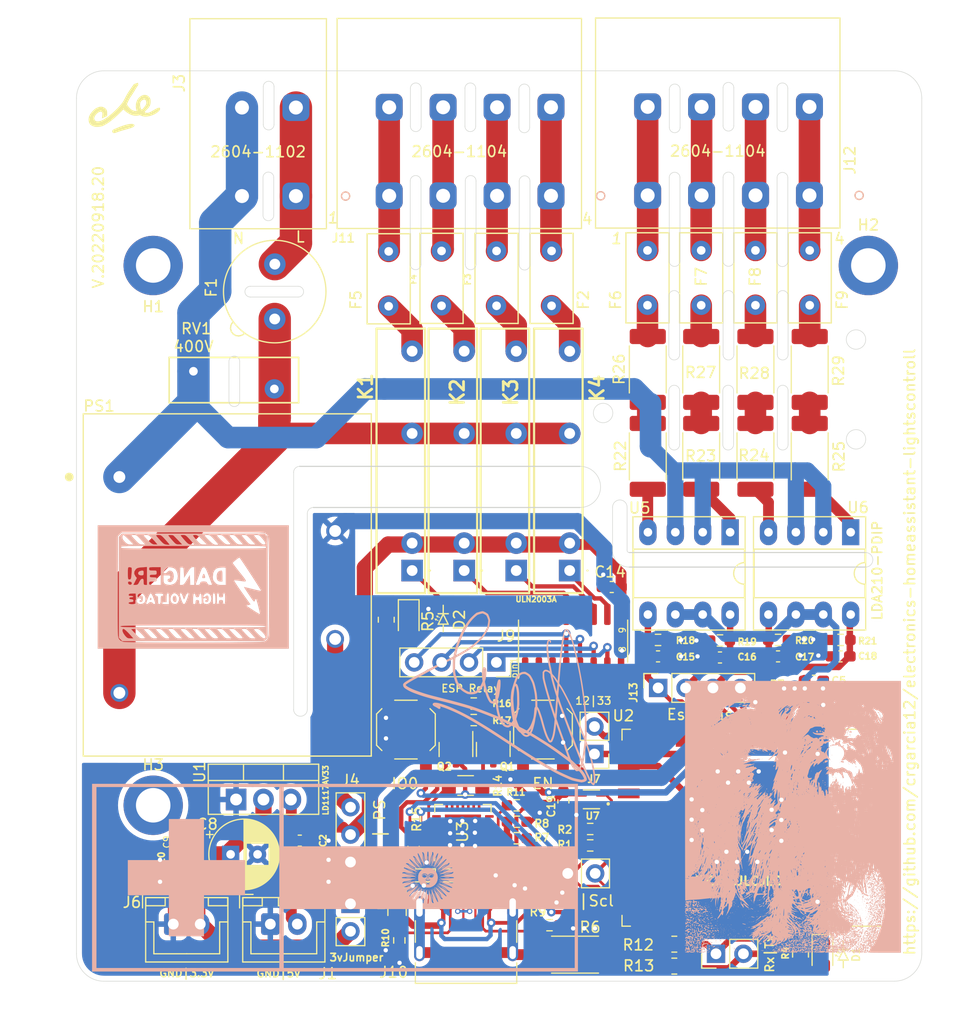
<source format=kicad_pcb>
(kicad_pcb (version 20211014) (generator pcbnew)
  (title_block (title "Home Assistant module for lights control") (date "2022-09-18") (rev "20220918.20"))
  (layers (0 "F.Cu" signal) (31 "B.Cu" signal) (34 "B.Paste" user) (35 "F.Paste" user) (36 "B.SilkS" user "B.Silkscreen") (37 "F.SilkS" user "F.Silkscreen") (38 "B.Mask" user) (39 "F.Mask" user) (44 "Edge.Cuts" user))
  (net 0 "")
  (net 1 "220VAC(L)")
  (net 2 "5V+")
  (net 3 "3.3V+")
  (net 4 "Sens4")
  (net 5 "Sens3")
  (net 6 "Sens2")
  (net 7 "Sens1")
  (net 8 "REO4")
  (net 9 "REO3")
  (net 10 "REO2")
  (net 11 "REO1")
  (net 12 "REI1")
  (net 13 "REI2")
  (net 14 "REI3")
  (net 15 "REI4")
  (net 16 "EspSens1")
  (net 17 "EspSens2")
  (net 18 "EspSens3")
  (net 19 "EspSens4")
  (net 20 "EspRel1")
  (net 21 "EspRel2")
  (net 22 "EspRel3")
  (net 23 "EspRel4")
  (net 24 "L_INPUT")
  (net 27 "220VAC(N)")
  (net 28 "EN")
  (net 29 "D+")
  (net 30 "D-")
  (net 31 "RTS")
  (net 32 "IO0")
  (net 33 "DTR")
  (net 34 "RXD0")
  (net 35 "TXD0")
  (net 36 "VBUS")
  (net 37 "GND")
  (net 38 "Net-(Q1-Pad1)")
  (net 39 "Net-(Q2-Pad1)")
  (net 40 "Net-(R14-Pad2)")
  (net 41 "Net-(R15-Pad2)")
  (net 42 "Net-(R23-Pad2)")
  (net 48 "Net-(D1-Pad2)")
  (net 49 "Net-(F3-Pad2)")
  (net 50 "Net-(F4-Pad2)")
  (net 51 "Net-(F5-Pad2)")
  (net 52 "Net-(F7-Pad1)")
  (net 53 "Net-(R24-Pad1)")
  (net 54 "Net-(R24-Pad2)")
  (net 55 "Net-(R13-Pad2)")
  (net 72 "SDA")
  (net 73 "SCL")
  (net 75 "Net-(F8-Pad1)")
  (net 76 "Net-(F9-Pad1)")
  (net 77 "Net-(R25-Pad1)")
  (net 78 "Net-(R25-Pad2)")
  (net 79 "Net-(D2-Pad2)")
  (net 80 "Net-(R23-Pad1)")
  (net 81 "5V+_USB")
  (net 82 "Net-(R4-Pad2)")
  (net 83 "Net-(R7-Pad2)")
  (net 84 "220VAC(N)-LowV")
  (net 85 "Net-(R11-Pad1)")
  (net 86 "Net-(R12-Pad2)")
  (net 87 "Net-(R22-Pad1)")
  (net 88 "Net-(R22-Pad2)")
  (net 89 "GPIO33")
  (net 90 "GPIO12")
  (net 91 "5V+_PS")
  (net 92 "Net-(F2-Pad2)")
  (net 93 "Net-(F6-Pad1)")
  (net 94 "Net-(J10-PadA5)")
  (net 96 "Net-(J10-PadB5)")
  (net 98 "Net-(J10-PadS1)")
  (net 118 "Net-(C10-Pad1)")
  (footprint "Connector_PinHeader_2.54mm:PinHeader_1x02_P2.54mm_Vertical" (layer "F.Cu") (at 56.2615 108.3437)
    (fp_text reference "J8" hide)
    (fp_text value "Current Jumper" hide)
  )
  (footprint "Resistor_SMD:R_2512_6332Metric_Pad1.40x3.35mm_HandSolder" (layer "F.Cu") (at 83.8205 58.8411 -90)
    (fp_text reference "R26")
    (fp_text value "150kΩ1w" hide)
  )
  (footprint "Resistor_SMD:R_2512_6332Metric_Pad1.40x3.35mm_HandSolder" (layer "F.Cu") (at 88.7735 58.8411 -90)
    (fp_text reference "R27")
    (fp_text value "150kΩ1w" hide)
  )
  (footprint "Varistor:RV_Disc_D12mm_W4.2mm_P7.5mm" (layer "F.Cu") (at 41.7038 59.01145)
    (fp_text reference "RV1" hide)
    (fp_text value "400V")
  )
  (footprint "Resistor_SMD:R_2512_6332Metric_Pad1.40x3.35mm_HandSolder" (layer "F.Cu") (at 88.7735 66.8929 -90)
    (fp_text reference "R23")
    (fp_text value "150kΩ1w" hide)
  )
  (footprint "Resistor_SMD:R_2512_6332Metric_Pad1.40x3.35mm_HandSolder" (layer "F.Cu") (at 83.8205 66.8929 -90)
    (fp_text reference "R22")
    (fp_text value "150kΩ1w" hide)
  )
  (footprint "LED_SMD:LED_0805_2012Metric_Pad1.15x1.40mm_HandSolder" (layer "F.Cu") (at 61.659 82.033 -90)
    (fp_text reference "D2")
    (fp_text value "LED" hide)
  )
  (footprint "Resistor_SMD:R_0805_2012Metric_Pad1.20x1.40mm_HandSolder" (layer "F.Cu") (at 59.5762 82.026 -90)
    (fp_text reference "R5")
    (fp_text value "100Ω" hide)
  )
  (footprint "Connector_JST:JST_XH_B2B-XH-A_1x02_P2.50mm_Vertical" (layer "F.Cu") (at 48.832 110.219)
    (fp_text reference "J1")
    (fp_text value "GND|5V")
  )
  (footprint "icons:che" (layer "F.Cu") (at 35.2995 34.6185)
    (fp_text reference "G1" hide)
    (fp_text value "LOGO" hide)
  )
  (footprint "icons:led_6000dpi" (layer "F.Cu") (at 64.707 81.915 90)
    (fp_text reference "G2" hide)
    (fp_text value "LOGO" hide)
  )
  (footprint "Capacitor_SMD:C_0603_1608Metric_Pad1.08x0.95mm_HandSolder" (layer "F.Cu") (at 41.275 102.489 180)
    (fp_text reference "C9")
    (fp_text value "100nF" hide)
  )
  (footprint "Capacitor_SMD:C_0805_2012Metric_Pad1.18x1.45mm_HandSolder" (layer "F.Cu") (at 51.816 106.299)
    (fp_text reference "C4")
    (fp_text value "NC")
  )
  (footprint "Capacitor_SMD:C_0603_1608Metric_Pad1.08x0.95mm_HandSolder" (layer "F.Cu") (at 80.4815 78.994 180)
    (fp_text reference "C14")
    (fp_text value "100nF" hide)
  )
  (footprint "rac05-05sk:277" (layer "F.Cu") (at 44.8391 78.805)
    (fp_text reference "PS1")
    (fp_text value "RAC05-05SK/277")
  )
  (footprint "Package_TO_SOT_THT:TO-220-3_Vertical" (layer "F.Cu") (at 45.657 98.679)
    (fp_text reference "U1")
    (fp_text value "LD1117AV33")
  )
  (footprint "wago-2604-1104:big_pads_2604-1104" (layer "F.Cu") (at 74.8495 42.7585 180)
    (fp_text reference "J11")
    (fp_text value "2604-1104")
  )
  (footprint "wago-2604-1102:big_pads_2604-1102" (layer "F.Cu") (at 51.2031 42.782099 180)
    (fp_text reference "J3")
    (fp_text value "2604-1102")
  )
  (footprint "wago-2604-1104:big_pads_2604-1104" (layer "F.Cu") (at 98.8095 42.718499 180)
    (fp_text reference "J12")
    (fp_text value "2604-1104")
  )
  (footprint "Fuse:Fuseholder_TR5_Littelfuse_No560_No460" (layer "F.Cu") (at 49.2495 49.0885 -90)
    (fp_text reference "F1")
    (fp_text value "250V500mA")
  )
  (footprint "MountingHole:MountingHole_3.2mm_M3_ISO14580_Pad" (layer "F.Cu") (at 104.2675 49.2125)
    (fp_text reference "H2")
    (fp_text value "MountingHole_Pad" hide)
  )
  (footprint "MountingHole:MountingHole_3.2mm_M3_ISO14580_Pad" (layer "F.Cu") (at 37.9735 49.2125)
    (fp_text reference "H1")
    (fp_text value "MountingHole_Pad" hide)
  )
  (footprint "Package_SO:SOIC-16_3.9x9.9mm_P1.27mm" (layer "F.Cu") (at 76.899 84.009 90)
    (fp_text reference "U4" hide)
    (fp_text value "ULN2003A")
  )
  (footprint "Resistor_SMD:R_2512_6332Metric_Pad1.40x3.35mm_HandSolder" (layer "F.Cu") (at 98.8319 66.8929 -90)
    (fp_text reference "R25")
    (fp_text value "150kΩ1w" hide)
  )
  (footprint "Resistor_SMD:R_2512_6332Metric_Pad1.40x3.35mm_HandSolder" (layer "F.Cu") (at 93.8027 58.8411 -90)
    (fp_text reference "R28")
    (fp_text value "150kΩ1w" hide)
  )
  (footprint "Resistor_SMD:R_2512_6332Metric_Pad1.40x3.35mm_HandSolder" (layer "F.Cu") (at 98.8319 58.8411 -90)
    (fp_text reference "R29")
    (fp_text value "150kΩ1w" hide)
  )
  (footprint "Package_DIP:DIP-8_W7.62mm_Socket_LongPads" (layer "F.Cu") (at 91.454274 73.92332 -90)
    (fp_text reference "U5")
    (fp_text value "LDA210-PDIP")
  )
  (footprint "Package_DIP:DIP-8_W7.62mm_Socket_LongPads" (layer "F.Cu") (at 102.630274 73.92332 -90)
    (fp_text reference "U6")
    (fp_text value "LDA210-PDIP" hide)
  )
  (footprint "Resistor_SMD:R_2512_6332Metric_Pad1.40x3.35mm_HandSolder" (layer "F.Cu") (at 93.8027 66.8929 -90)
    (fp_text reference "R24")
    (fp_text value "150kΩ1w" hide)
  )
  (footprint "Resistor_SMD:R_0603_1608Metric_Pad0.98x0.95mm_HandSolder" (layer "F.Cu") (at 95.8715 89.2175)
    (fp_text reference "R3")
    (fp_text value "10kΩ" hide)
  )
  (footprint "Capacitor_SMD:C_0603_1608Metric_Pad1.08x0.95mm_HandSolder" (layer "F.Cu") (at 99.2245 87.677)
    (fp_text reference "C5")
    (fp_text value "NC" hide)
  )
  (footprint "Capacitor_SMD:C_0603_1608Metric_Pad1.08x0.95mm_HandSolder" (layer "F.Cu") (at 95.859 90.7415 180)
    (fp_text reference "C1")
    (fp_text value "100nF" hide)
  )
  (footprint "Package_TO_SOT_SMD:SOT-23" (layer "F.Cu") (at 69.4995 94.041 -90)
    (fp_text reference "Q1")
    (fp_text value "SS8050-SMD" hide)
  )
  (footprint "Resistor_SMD:R_0603_1608Metric_Pad0.98x0.95mm_HandSolder" (layer "F.Cu") (at 67.687 91.3185)
    (fp_text reference "R17")
    (fp_text value "10kΩ" hide)
  )
  (footprint "Resistor_SMD:R_0603_1608Metric_Pad0.98x0.95mm_HandSolder" (layer "F.Cu") (at 67.687 89.7885 180)
    (fp_text reference "R16")
    (fp_text value "10kΩ" hide)
  )
  (footprint "Diode_SMD:D_SOD-523" (layer "F.Cu") (at 62.986 105.7059 180)
    (fp_text reference "D3" hide)
    (fp_text value "D_TVS" hide)
  )
  (footprint "Connector_JST:JST_XH_B2B-XH-A_1x02_P2.50mm_Vertical" (layer "F.Cu") (at 39.835 110.219)
    (fp_text reference "J6")
    (fp_text value "GND|3.3V")
  )
  (footprint "Button_Switch_SMD:SW_SPST_SKQG_WithStem" (layer "F.Cu") (at 74.105 92.202 90)
    (fp_text reference "SW1")
    (fp_text value "Switch" hide)
  )
  (footprint "Button_Switch_SMD:SW_SPST_SKQG_WithStem" (layer "F.Cu") (at 61.403 92.202 -90)
    (fp_text reference "SW2")
    (fp_text value "Switch" hide)
  )
  (footprint "Capacitor_SMD:C_0603_1608Metric_Pad1.08x0.95mm_HandSolder" (layer "F.Cu") (at 70.6779 104.7458 -90)
    (fp_text reference "C13" hide)
    (fp_text value "4.7uF" hide)
  )
  (footprint "Resistor_SMD:R_0603_1608Metric_Pad0.98x0.95mm_HandSolder" (layer "F.Cu") (at 71.681 99.2159)
    (fp_text reference "R11")
    (fp_text value "1kΩ")
  )
  (footprint "Resistor_SMD:R_0603_1608Metric_Pad0.98x0.95mm_HandSolder" (layer "F.Cu") (at 71.681 102.2639 180)
    (fp_text reference "R7")
    (fp_text value "22.1kΩ" hide)
  )
  (footprint "Resistor_SMD:R_0603_1608Metric_Pad0.98x0.95mm_HandSolder" (layer "F.Cu") (at 71.681 100.7399)
    (fp_text reference "R8")
    (fp_text value "47.5kΩ" hide)
  )
  (footprint "Capacitor_SMD:C_0603_1608Metric_Pad1.08x0.95mm_HandSolder" (layer "F.Cu") (at 72.2779 104.7523 -90)
    (fp_text reference "C12")
    (fp_text value "100nF")
  )
  (footprint "Resistor_SMD:R_0603_1608Metric_Pad0.98x0.95mm_HandSolder" (layer "F.Cu") (at 62.1095 103.2705 -90)
    (fp_text reference "R15")
    (fp_text value "1kΩ")
  )
  (footprint "Diode_SMD:D_SOD-323" (layer "F.Cu") (at 60.5795 108.3691 -90)
    (fp_text reference "D6")
    (fp_text value "BAT60A-7" hide)
  )
  (footprint "Diode_SMD:D_SOD-523" (layer "F.Cu") (at 65.586 105.7059 180)
    (fp_text reference "D5")
    (fp_text value "D_TVS")
  )
  (footprint "Diode_SMD:D_SOD-523" (layer "F.Cu") (at 68.296 105.7059)
    (fp_text reference "D4" hide)
    (fp_text value "D_TVS" hide)
  )
  (footprint "RF_Module:ESP32-WROOM-32" (layer "F.Cu") (at 91.3135 101.2915 -90)
    (fp_text reference "U2")
    (fp_text value "ESP32-WROOM-32E")
  )
  (footprint "Package_TO_SOT_SMD:SOT-23" (layer "F.Cu") (at 66.0395 94.051 -90)
    (fp_text reference "Q2")
    (fp_text value "SS8050" hide)
  )
  (footprint "Connector_PinSocket_2.54mm:PinSocket_1x04_P2.54mm_Vertical" (layer "F.Cu") (at 84.783 88.3416 90)
    (fp_text reference "J13")
    (fp_text value "EspSense")
  )
  (footprint "Connector_PinHeader_2.54mm:PinHeader_1x02_P2.54mm_Vertical" (layer "F.Cu") (at 90.1451 112.9665 90)
    (fp_text reference "J5" hide)
    (fp_text value "Conn_01x02_Male" hide)
  )
  (footprint "Resistor_SMD:R_1206_3216Metric_Pad1.30x1.75mm_HandSolder" (layer "F.Cu") (at 66.932 97.3805 180)
    (fp_text reference "R14")
    (fp_text value "1kΩ")
  )
  (footprint "Resistor_SMD:R_0805_2012Metric_Pad1.20x1.40mm_HandSolder" (layer "F.Cu") (at 86.281 114.1095 180)
    (fp_text reference "R13")
    (fp_text value "0Ω" hide)
  )
  (footprint "Resistor_SMD:R_0805_2012Metric_Pad1.20x1.40mm_HandSolder" (layer "F.Cu") (at 86.281 112.0775 180)
    (fp_text reference "R12")
    (fp_text value "0Ω" hide)
  )
  (footprint "Package_DFN_QFN:QFN-28-1EP_5x5mm_P0.5mm_EP3.35x3.35mm" (layer "F.Cu") (at 66.686 101.7459 90)
    (fp_text reference "U3")
    (fp_text value "CP2102N-A01-GQFN28" hide)
  )
  (footprint "Capacitor_SMD:C_0603_1608Metric_Pad1.08x0.95mm_HandSolder" (layer "F.Cu") (at 99.214 90.7415)
    (fp_text reference "C7")
    (fp_text value "100nF" hide)
  )
  (footprint "Connector_PinHeader_2.54mm:PinHeader_1x03_P2.54mm_Vertical" (layer "F.Cu") (at 56.2615 104.4702 180)
    (fp_text reference "J4")
    (fp_text value "USB | PS")
  )
  (footprint "Capacitor_SMD:C_0603_1608Metric_Pad1.08x0.95mm_HandSolder" (layer "F.Cu") (at 75.9995 98.8536 -90)
    (fp_text reference "C19")
    (fp_text value "100nF" hide)
  )
  (footprint "Resistor_SMD:R_0603_1608Metric_Pad0.98x0.95mm_HandSolder" (layer "F.Cu") (at 74.712 110.3185)
    (fp_text reference "R9")
    (fp_text value "5.1kΩ" hide)
  )
  (footprint "Resistor_SMD:R_0603_1608Metric_Pad0.98x0.95mm_HandSolder" (layer "F.Cu") (at 95.9001 83.8962)
    (fp_text reference "R20")
    (fp_text value "10kΩ" hide)
  )
  (footprint "Connector_PinHeader_2.54mm:PinHeader_1x02_P2.54mm_Vertical" (layer "F.Cu") (at 78.8802 94.4626 180)
    (fp_text reference "J7")
    (fp_text value "Conn_01x02_Male")
  )
  (footprint "RST-80-AMMO:FUSE_RST-1-BULK" (layer "F.Cu") (at 88.7735 50.3555 90)
    (fp_text reference "F7")
    (fp_text value "Fuse")
  )
  (footprint "Resistor_SMD:R_0603_1608Metric_Pad0.98x0.95mm_HandSolder" (layer "F.Cu") (at 84.773 83.8962)
    (fp_text reference "R18")
    (fp_text value "10kΩ" hide)
  )
  (footprint "RST-80-AMMO:FUSE_RST-1-BULK" (layer "F.Cu") (at 98.8319 50.3555 90)
    (fp_text reference "F9")
    (fp_text value "Fuse")
  )
  (footprint "Connector_PinHeader_2.54mm:PinHeader_1x02_P2.54mm_Vertical" (layer "F.Cu") (at 76.4037 105.5243 90)
    (fp_text reference "J2" hide)
    (fp_text value "Conn_01x02_Male" hide)
  )
  (footprint "LED_SMD:LED_0805_2012Metric_Pad1.15x1.40mm_HandSolder" (layer "F.Cu") (at 100.013 113.0475 -90)
    (fp_text reference "D1")
    (fp_text value "LED")
  )
  (footprint "RST-80-AMMO:FUSE_RST-1-BULK" (layer "F.Cu") (at 59.803 50.445 90)
    (fp_text reference "F5")
    (fp_text value "Fuse")
  )
  (footprint "Capacitor_SMD:C_0805_2012Metric_Pad1.18x1.45mm_HandSolder" (layer "F.Cu") (at 41.021 104.267 180)
    (fp_text reference "C10")
    (fp_text value "NC")
  )
  (footprint "Connector_USB:USB_C_Receptacle_HRO_TYPE-C-31-M-12" (layer "F.Cu") (at 66.976 111.8059)
    (fp_text reference "J10")
    (fp_text value "USB_C_Receptacle_USB2.0")
  )
  (footprint "Resistor_SMD:R_0603_1608Metric_Pad0.98x0.95mm_HandSolder" (layer "F.Cu") (at 101.6913 83.8962)
    (fp_text reference "R21")
    (fp_text value "10kΩ" hide)
  )
  (footprint "Capacitor_SMD:C_0603_1608Metric_Pad1.08x0.95mm_HandSolder" (layer "F.Cu") (at 95.8971 85.4202)
    (fp_text reference "C17")
    (fp_text value "22uF")
  )
  (footprint "Capacitor_SMD:C_0603_1608Metric_Pad1.08x0.95mm_HandSolder" (layer "F.Cu") (at 90.5145 85.5218)
    (fp_text reference "C16")
    (fp_text value "22uF")
  )
  (footprint "Capacitor_SMD:C_0603_1608Metric_Pad1.08x0.95mm_HandSolder" (layer "F.Cu") (at 51.562 102.489)
    (fp_text reference "C2")
    (fp_text value "100nF" hide)
  )
  (footprint "RST-80-AMMO:FUSE_RST-1-BULK" (layer "F.Cu") (at 93.8027 50.3555 90)
    (fp_text reference "F8")
    (fp_text value "Fuse")
  )
  (footprint "icons:led_6000dpi" (layer "F.Cu") (at 101.791 113.03 90)
    (fp_text reference "G2" hide)
    (fp_text value "LOGO" hide)
  )
  (footprint "Capacitor_SMD:C_0603_1608Metric_Pad1.08x0.95mm_HandSolder" (layer "F.Cu") (at 101.6883 85.4202 180)
    (fp_text reference "C18")
    (fp_text value "22uF")
  )
  (footprint "AQG12205:AQG12205" (layer "F.Cu") (at 61.976 77.47 90)
    (fp_text reference "K1")
    (fp_text value "AQG12205" hide)
  )
  (footprint "AQG12205:AQG12205" (layer "F.Cu") (at 66.802 77.47 90)
    (fp_text reference "K2")
    (fp_text value "AQG12205" hide)
  )
  (footprint "RST-80-AMMO:FUSE_RST-1-BULK" (layer "F.Cu") (at 69.803 50.405 90)
    (fp_text reference "F3")
    (fp_text value "Fuse")
  )
  (footprint "AQG12205:AQG12205" (layer "F.Cu") (at 76.581 77.47 90)
    (fp_text reference "K4")
    (fp_text value "AQG12205" hide)
  )
  (footprint "Resistor_SMD:R_2512_6332Metric_Pad1.40x3.35mm_HandSolder" (layer "F.Cu") (at 77.0795 113.0485)
    (fp_text reference "R6")
    (fp_text value "150kΩ1w")
  )
  (footprint "sht40:XDCR_SHT40-AD1B-R2" (layer "F.Cu") (at 78.603 98.6605 180)
    (fp_text reference "U7")
    (fp_text value "SHT4x")
  )
  (footprint "AQG12205:AQG12205" (layer "F.Cu") (at 71.628 77.47 90)
    (fp_text reference "K3")
    (fp_text value "AQG12205" hide)
  )
  (footprint "Resistor_SMD:R_0603_1608Metric_Pad0.98x0.95mm_HandSolder" (layer "F.Cu") (at 78.4846 101.4095)
    (fp_text reference "R2")
    (fp_text value "10kΩ")
  )
  (footprint "Capacitor_SMD:C_0805_2012Metric_Pad1.18x1.45mm_HandSolder" (layer "F.Cu") (at 41.021 106.299 180)
    (fp_text reference "C11")
    (fp_text value "NC")
  )
  (footprint "Capacitor_THT:CP_Radial_D6.3mm_P2.50mm" (layer "F.Cu") (at 45.149 103.759)
    (fp_text reference "C8")
    (fp_text value "10uF" hide)
  )
  (footprint "RST-80-AMMO:FUSE_RST-1-BULK" (layer "F.Cu") (at 83.7951 50.3555 90)
    (fp_text reference "F6")
    (fp_text value "Fuse")
  )
  (footprint "Capacitor_SMD:C_0603_1608Metric_Pad1.08x0.95mm_HandSolder" (layer "F.Cu") (at 99.2245 89.2175)
    (fp_text reference "C6")
    (fp_text value "22uF" hide)
  )
  (footprint "Capacitor_SMD:C_0805_2012Metric_Pad1.18x1.45mm_HandSolder" (layer "F.Cu") (at 51.816 104.267)
    (fp_text reference "C3")
    (fp_text value "NC")
  )
  (footprint "Resistor_SMD:R_0603_1608Metric_Pad0.98x0.95mm_HandSolder" (layer "F.Cu") (at 90.5134 83.947)
    (fp_text reference "R19")
    (fp_text value "10kΩ" hide)
  )
  (footprint "Resistor_SMD:R_0603_1608Metric_Pad0.98x0.95mm_HandSolder" (layer "F.Cu") (at 78.4846 102.9335)
    (fp_text reference "R1")
    (fp_text value "10kΩ")
  )
  (footprint "RST-80-AMMO:FUSE_RST-1-BULK" (layer "F.Cu") (at 74.903 50.405 90)
    (fp_text reference "F2")
    (fp_text value "Fuse")
  )
  (footprint "Resistor_SMD:R_0805_2012Metric_Pad1.20x1.40mm_HandSolder" (layer "F.Cu") (at 97.981 113.0475 90)
    (fp_text reference "R4")
    (fp_text value "100Ω")
  )
  (footprint "Resistor_SMD:R_0603_1608Metric_Pad0.98x0.95mm_HandSolder" (layer "F.Cu") (at 60.7895 111.731 -90)
    (fp_text reference "R10")
    (fp_text value "5.1kΩ" hide)
  )
  (footprint "Connector_PinSocket_2.54mm:PinSocket_1x04_P2.54mm_Vertical" (layer "F.Cu") (at 69.787 85.979 -90)
    (fp_text reference "J9")
    (fp_text value "EspRelays")
  )
  (footprint "MountingHole:MountingHole_3.2mm_M3_ISO14580_Pad" (layer "F.Cu") (at 37.9735 99.2125)
    (fp_text reference "H3")
    (fp_text value "MountingHole_Pad")
  )
  (footprint "Capacitor_SMD:C_0603_1608Metric_Pad1.08x0.95mm_HandSolder" (layer "F.Cu") (at 84.7719 85.4202)
    (fp_text reference "C15")
    (fp_text value "22uF")
  )
  (footprint "RST-80-AMMO:FUSE_RST-1-BULK" (layer "F.Cu") (at 64.703 50.405 90)
    (fp_text reference "F4")
    (fp_text value "Fuse")
  )
  (footprint "icons:danger1_negative" (layer "B.Cu") (at 41.72 78.994 180)
    (fp_text reference "G3" hide)
    (fp_text value "LOGO" hide)
  )
  (footprint "icons:flags" (layer "B.Cu") (at 54.8264 105.918 180)
    (fp_text reference "G***")
    (fp_text value "LOGO" hide)
  )
  (footprint "icons:depsi" (layer "B.Cu") (at 97.2825 100.2665 180)
    (fp_text reference "G***")
    (fp_text value "LOGO" hide)
  )
  (footprint "icons:paula" (layer "B.Cu") (at 69.870727 89.557389 180)
    (fp_text reference "G***" hide)
    (fp_text value "LOGO" hide)
  )
  (footprint "NetTie:NetTie-2_SMD_Pad2.0mm" (layer "B.Cu") (at 84.0745 64.008 -90)
    (fp_text reference "NT1" hide)
    (fp_text value "NetTie_2")
  )
  (gr_arc (start 109.2205 112.9665) (mid 108.476551 114.762551) (end 106.6805 115.5065) (layer "Edge.Cuts") (width 0.05))
  (gr_line (start 109.2205 112.9665) (end 109.2205 33.7185) (layer "Edge.Cuts") (width 0.05))
  (gr_line (start 67.5395 115.5085) (end 33.4015 115.5085) (layer "Edge.Cuts") (width 0.05))
  (gr_circle (center 103.1245 56.0705) (end 104.0245 56.0705) (layer "Edge.Cuts") (width 0.05) (fill none))
  (gr_line (start 77.5395 71.628) (end 52.8198 71.628) (layer "Edge.Cuts") (width 0.1))
  (gr_line (start 106.6805 31.1785) (end 33.4015 31.1785) (layer "Edge.Cuts") (width 0.05))
  (gr_line (start 51.5498 67.818) (end 77.5395 67.818) (layer "Edge.Cuts") (width 0.1))
  (gr_line (start 30.8615 112.9665) (end 30.8615 33.7185) (layer "Edge.Cuts") (width 0.05))
  (gr_arc (start 77.5395 67.818) (mid 79.4445 69.723) (end 77.5395 71.628) (layer "Edge.Cuts") (width 0.05))
  (gr_arc (start 33.4015 115.5085) (mid 31.605327 114.763259) (end 30.8615 112.9665) (layer "Edge.Cuts") (width 0.05))
  (gr_line (start 106.6805 115.5065) (end 67.5395 115.5085) (layer "Edge.Cuts") (width 0.05))
  (gr_arc (start 106.6805 31.1785) (mid 108.476551 31.922449) (end 109.2205 33.7185) (layer "Edge.Cuts") (width 0.05))
  (gr_line (start 91.79905 57.46455) (end 91.79905 52.03485) (layer "Edge.Cuts") (width 0.05))
  (gr_line (start 95.8034 32.8041) (end 95.8034 36.3125) (layer "Edge.Cuts") (width 0.05))
  (gr_circle (center 79.6803 62.8777) (end 80.5803 62.8777) (layer "Edge.Cuts") (width 0.05) (fill none))
  (gr_line (start 66.90475 41.3793) (end 66.90475 49.10675) (layer "Edge.Cuts") (width 0.05))
  (gr_line (start 61.8182 32.8041) (end 61.8182 36.3125) (layer "Edge.Cuts") (width 0.05))
  (gr_arc (start 82.103 77.14912) (mid 81.011142 76.696858) (end 80.55888 75.605) (layer "Edge.Cuts") (width 0.05))
  (gr_arc (start 86.8177 36.4141) (mid 86.31945 36.91235) (end 85.8212 36.4141) (layer "Edge.Cuts") (width 0.05))
  (gr_line (start 85.77335 52.03485) (end 85.77335 57.46455) (layer "Edge.Cuts") (width 0.05))
  (gr_arc (start 85.8212 32.9057) (mid 86.31945 32.40745) (end 86.8177 32.9057) (layer "Edge.Cuts") (width 0.05))
  (gr_line (start 48.153 41.0591) (end 48.153 44.5675) (layer "Edge.Cuts") (width 0.05))
  (gr_line (start 86.76985 57.46455) (end 86.76985 52.03485) (layer "Edge.Cuts") (width 0.05))
  (gr_arc (start 86.76985 65.805) (mid 86.2716 66.30325) (end 85.77335 65.805) (layer "Edge.Cuts") (width 0.05))
  (gr_arc (start 67.8693 36.3125) (mid 67.37105 36.81075) (end 66.8728 36.3125) (layer "Edge.Cuts") (width 0.05))
  (gr_arc (start 96.80285 48.8149) (mid 96.3046 49.31315) (end 95.80635 48.8149) (layer "Edge.Cuts") (width 0.05))
  (gr_arc (start 66.90475 41.3793) (mid 67.403 40.88105) (end 67.90125 41.3793) (layer "Edge.Cuts") (width 0.05))
  (gr_arc (start 50.991 68.3768) (mid 51.154669 67.981669) (end 51.5498 67.818) (layer "Edge.Cuts") (width 0.05))
  (gr_circle (center 103.1245 65.3161) (end 104.0245 65.3161) (layer "Edge.Cuts") (width 0.05) (fill none))
  (gr_line (start 96.82825 57.46455) (end 96.82825 52.03485) (layer "Edge.Cuts") (width 0.05))
  (gr_arc (start 91.79905 57.46455) (mid 91.3008 57.9628) (end 90.80255 57.46455) (layer "Edge.Cuts") (width 0.05))
  (gr_arc (start 66.8728 32.8041) (mid 67.37105 32.30585) (end 67.8693 32.8041) (layer "Edge.Cuts") (width 0.05))
  (gr_arc (start 96.7999 36.3125) (mid 96.30165 36.81075) (end 95.8034 36.3125) (layer "Edge.Cuts") (width 0.05))
  (gr_line (start 51.415375 51.139375) (end 46.983625 51.139375) (layer "Edge.Cuts") (width 0.05))
  (gr_arc (start 85.77335 52.03485) (mid 86.2716 51.5366) (end 86.76985 52.03485) (layer "Edge.Cuts") (width 0.05))
  (gr_line (start 95.80635 41.08745) (end 95.80635 48.8149) (layer "Edge.Cuts") (width 0.05))
  (gr_line (start 96.80285 48.8149) (end 96.80285 41.08745) (layer "Edge.Cuts") (width 0.05))
  (gr_line (start 71.8766 32.9057) (end 71.8766 36.4141) (layer "Edge.Cuts") (width 0.05))
  (gr_line (start 82.103 75.80292) (end 104.001874 75.80292) (layer "Edge.Cuts") (width 0.1))
  (gr_arc (start 80.55888 71.605) (mid 81.231981 70.931924) (end 81.905081 71.605) (layer "Edge.Cuts") (width 0.05))
  (gr_line (start 90.77715 60.805) (end 90.77715 65.805) (layer "Edge.Cuts") (width 0.05))
  (gr_arc (start 52.261 72.1868) (mid 52.424639 71.791639) (end 52.8198 71.628) (layer "Edge.Cuts") (width 0.05))
  (gr_arc (start 95.83175 52.03485) (mid 96.33 51.5366) (end 96.82825 52.03485) (layer "Edge.Cuts") (width 0.05))
  (gr_line (start 50.991 68.3768) (end 50.991 90.3478) (layer "Edge.Cuts") (width 0.05))
  (gr_arc (start 71.90475 41.405) (mid 72.403 40.90675) (end 72.90125 41.405) (layer "Edge.Cuts") (width 0.05))
  (gr_line (start 85.8095 41.0757) (end 85.8095 48.80315) (layer "Edge.Cuts") (width 0.05))
  (gr_arc (start 62.80125 49.10675) (mid 62.303 49.605) (end 61.80475 49.10675) (layer "Edge.Cuts") (width 0.05))
  (gr_line (start 71.90475 41.405) (end 71.90475 49.13245) (layer "Edge.Cuts") (width 0.05))
  (gr_arc (start 49.176 36.1569) (mid 48.67775 36.65515) (end 48.1795 36.1569) (layer "Edge.Cuts") (width 0.05))
  (gr_arc (start 62.8147 36.3125) (mid 62.31645 36.81075) (end 61.8182 36.3125) (layer "Edge.Cuts") (width 0.05))
  (gr_line (start 91.7961 36.2617) (end 91.7961 32.7533) (layer "Edge.Cuts") (width 0.05))
  (gr_line (start 96.82825 65.805) (end 96.82825 60.805) (layer "Edge.Cuts") (width 0.05))
  (gr_line (start 85.77335 60.805) (end 85.77335 65.805) (layer "Edge.Cuts") (width 0.05))
  (gr_arc (start 95.80635 41.08745) (mid 96.3046 40.5892) (end 96.80285 41.08745) (layer "Edge.Cuts") (width 0.05))
  (gr_line (start 85.8212 32.9057) (end 85.8212 36.4141) (layer "Edge.Cuts") (width 0.05))
  (gr_line (start 95.83175 60.805) (end 95.83175 65.805) (layer "Edge.Cuts") (width 0.05))
  (gr_arc (start 45.9931 61.78375) (mid 45.49485 62.282) (end 44.9966 61.78375) (layer "Edge.Cuts") (width 0.05))
  (gr_line (start 104.001874 77.14912) (end 82.103 77.14912) (layer "Edge.Cuts") (width 0.1))
  (gr_line (start 91.79905 48.7895) (end 91.79905 41.06205) (layer "Edge.Cuts") (width 0.05))
  (gr_arc (start 86.806 48.80315) (mid 86.30775 49.3014) (end 85.8095 48.80315) (layer "Edge.Cuts") (width 0.05))
  (gr_arc (start 48.1795 32.6485) (mid 48.67775 32.15025) (end 49.176 32.6485) (layer "Edge.Cuts") (width 0.05))
  (gr_arc (start 67.90125 49.10675) (mid 67.403 49.605) (end 66.90475 49.10675) (layer "Edge.Cuts") (width 0.05))
  (gr_line (start 49.176 36.1569) (end 49.176 32.6485) (layer "Edge.Cuts") (width 0.05))
  (gr_arc (start 51.415375 51.139375) (mid 51.913625 51.6376) (end 51.415375 52.135875) (layer "Edge.Cuts") (width 0.05))
  (gr_line (start 49.1495 44.5675) (end 49.1495 41.0591) (layer "Edge.Cuts") (width 0.05))
  (gr_line (start 86.806 48.80315) (end 86.806 41.0757) (layer "Edge.Cuts") (width 0.05))
  (gr_arc (start 48.153 41.0591) (mid 48.65125 40.56085) (end 49.1495 41.0591) (layer "Edge.Cuts") (width 0.05))
  (gr_arc (start 49.1495 44.5675) (mid 48.65125 45.06575) (end 48.153 44.5675) (layer "Edge.Cuts") (width 0.05))
  (gr_line (start 72.8731 36.4141) (end 72.8731 32.9057) (layer "Edge.Cuts") (width 0.05))
  (gr_line (start 66.8728 32.8041) (end 66.8728 36.3125) (layer "Edge.Cuts") (width 0.05))
  (gr_line (start 90.80255 52.03485) (end 90.80255 57.46455) (layer "Edge.Cuts") (width 0.05))
  (gr_arc (start 71.8766 32.9057) (mid 72.37485 32.40745) (end 72.8731 32.9057) (layer "Edge.Cuts") (width 0.05))
  (gr_arc (start 86.76985 57.46455) (mid 86.2716 57.9628) (end 85.77335 57.46455) (layer "Edge.Cuts") (width 0.05))
  (gr_arc (start 30.8615 33.7185) (mid 31.605449 31.922449) (end 33.4015 31.1785) (layer "Edge.Cuts") (width 0.05))
  (gr_arc (start 46.983625 52.135875) (mid 46.485325 51.6376) (end 46.983625 51.139375) (layer "Edge.Cuts") (width 0.05))
  (gr_line (start 44.9966 58.10425) (end 44.9966 61.78375) (layer "Edge.Cuts") (width 0.05))
  (gr_line (start 90.80255 41.06205) (end 90.80255 48.7895) (layer "Edge.Cuts") (width 0.05))
  (gr_line (start 67.8693 36.3125) (end 67.8693 32.8041) (layer "Edge.Cuts") (width 0.05))
  (gr_arc (start 61.80475 41.3793) (mid 62.303 40.88105) (end 62.80125 41.3793) (layer "Edge.Cuts") (width 0.05))
  (gr_arc (start 90.80255 52.03485) (mid 91.3008 51.5366) (end 91.79905 52.03485) (layer "Edge.Cuts") (width 0.05))
  (gr_arc (start 91.7961 36.2617) (mid 91.29785 36.75995) (end 90.7996 36.2617) (layer "Edge.Cuts") (width 0.05))
  (gr_arc (start 90.7996 32.7533) (mid 91.29785 32.25505) (end 91.7961 32.7533) (layer "Edge.Cuts") (width 0.05))
  (gr_arc (start 52.261 90.3478) (mid 51.626 90.967378) (end 50.991 90.3478) (layer "Edge.Cuts") (width 0.05))
  (gr_arc (start 95.83175 60.805) (mid 96.33 60.30675) (end 96.82825 60.805) (layer "Edge.Cuts") (width 0.05))
  (gr_arc (start 96.82825 57.46455) (mid 96.33 57.9628) (end 95.83175 57.46455) (layer "Edge.Cuts") (width 0.05))
  (gr_arc (start 91.79905 48.7895) (mid 91.3008 49.28775) (end 90.80255 48.7895) (layer "Edge.Cuts") (width 0.05))
  (gr_arc (start 82.103 75.802919) (mid 81.96305 75.74495) (end 81.905081 75.605) (layer "Edge.Cuts") (width 0.05))
  (gr_arc (start 91.77365 65.805) (mid 91.2754 66.30325) (end 90.77715 65.805) (layer "Edge.Cuts") (width 0.05))
  (gr_line (start 96.7999 36.3125) (end 96.7999 32.8041) (layer "Edge.Cuts") (width 0.05))
  (gr_arc (start 90.80255 41.06205) (mid 91.3008 40.5638) (end 91.79905 41.06205) (layer "Edge.Cuts") (width 0.05))
  (gr_arc (start 61.8182 32.8041) (mid 62.31645 32.30585) (end 62.8147 32.8041) (layer "Edge.Cuts") (width 0.05))
  (gr_line (start 62.8147 36.3125) (end 62.8147 32.8041) (layer "Edge.Cuts") (width 0.05))
  (gr_line (start 48.1795 32.6485) (end 48.1795 36.1569) (layer "Edge.Cuts") (width 0.05))
  (gr_arc (start 72.90125 49.13245) (mid 72.403 49.6307) (end 71.90475 49.13245) (layer "Edge.Cuts") (width 0.05))
  (gr_line (start 95.83175 52.03485) (end 95.83175 57.46455) (layer "Edge.Cuts") (width 0.05))
  (gr_line (start 86.76985 65.805) (end 86.76985 60.805) (layer "Edge.Cuts") (width 0.05))
  (gr_line (start 80.55888 75.605) (end 80.55888 71.605) (layer "Edge.Cuts") (width 0.05))
  (gr_arc (start 44.9966 58.10425) (mid 45.49485 57.606) (end 45.9931 58.10425) (layer "Edge.Cuts") (width 0.05))
  (gr_line (start 62.80125 49.10675) (end 62.80125 41.3793) (layer "Edge.Cuts") (width 0.05))
  (gr_arc (start 104.001874 75.80292) (mid 104.67498 76.476) (end 104.001874 77.14912) (layer "Edge.Cuts") (width 0.05))
  (gr_line (start 81.905081 71.605) (end 81.905081 75.605) (layer "Edge.Cuts") (width 0.05))
  (gr_arc (start 85.77335 60.805) (mid 86.2716 60.30675) (end 86.76985 60.805) (layer "Edge.Cuts") (width 0.05))
  (gr_arc (start 90.77715 60.805) (mid 91.2754 60.30675) (end 91.77365 60.805) (layer "Edge.Cuts") (width 0.05))
  (gr_arc (start 95.8034 32.8041) (mid 96.30165 32.30585) (end 96.7999 32.8041) (layer "Edge.Cuts") (width 0.05))
  (gr_arc (start 72.8731 36.4141) (mid 72.37485 36.91235) (end 71.8766 36.4141) (layer "Edge.Cuts") (width 0.05))
  (gr_line (start 45.9931 61.78375) (end 45.9931 58.10425) (layer "Edge.Cuts") (width 0.05))
  (gr_line (start 90.7996 32.7533) (end 90.7996 36.2617) (layer "Edge.Cuts") (width 0.05))
  (gr_line (start 91.77365 65.805) (end 91.77365 60.805) (layer "Edge.Cuts") (width 0.05))
  (gr_line (start 86.8177 36.4141) (end 86.8177 32.9057) (layer "Edge.Cuts") (width 0.05))
  (gr_line (start 67.90125 49.10675) (end 67.90125 41.3793) (layer "Edge.Cuts") (width 0.05))
  (gr_line (start 52.261 90.3478) (end 52.261 72.1868) (layer "Edge.Cuts") (width 0.05))
  (gr_line (start 46.983625 52.135875) (end 51.415375 52.135875) (layer "Edge.Cuts") (width 0.05))
  (gr_line (start 61.80475 41.3793) (end 61.80475 49.10675) (layer "Edge.Cuts") (width 0.05))
  (gr_arc (start 85.8095 41.0757) (mid 86.30775 40.57745) (end 86.806 41.0757) (layer "Edge.Cuts") (width 0.05))
  (gr_line (start 72.90125 49.13245) (end 72.90125 41.405) (layer "Edge.Cuts") (width 0.05))
  (gr_arc (start 96.82825 65.805) (mid 96.33 66.30325) (end 95.83175 65.805) (layer "Edge.Cuts") (width 0.05))
  (gr_text "4" (at 101.5895 46.7485) (layer "F.SilkS") (effects (font (size 1 1))))
  (gr_text "1" (at 80.9095 46.7185) (layer "F.SilkS") (effects (font (size 1 1) (thickness 0.15) italic)))
  (gr_text "V.20220918.20" (at 32.8935 45.6565 90) (layer "F.SilkS") (effects (font (size 1 1))))
  (gr_text "N" (at 46.503 46.705) (layer "F.SilkS") (effects (font (size 1 1)) (justify right)))
  (gr_text "L" (at 51.0995 46.5685) (layer "F.SilkS") (effects (font (size 1 1)) (justify left)))
  (gr_text "ESP Relay" (at 67.374 88.392) (layer "F.SilkS") (effects (font (size 0.7 0.7) (thickness 0.125))))
  (gr_text "4" (at 78.203 44.905) (layer "F.SilkS") (effects (font (size 1 1))))
  (gr_text "1" (at 54.603 44.805) (layer "F.SilkS") (effects (font (size 1 1) (thickness 0.15) italic)))
  (gr_text "JLCJLCJLCJLC" (at 92.0755 106.2355) (layer "F.SilkS") (effects (font (size 0.8 0.8) (thickness 0.2))))
  (gr_text "https://github.com/crgarcia12/electronics-homeassistant-lightscontroll" (at 108.103 85.005 90) (layer "F.SilkS") (effects (font (size 1 1))))
  (segment (start 34.8391 88.805) (end 34.8391 79.5757) (width 3) (layer "F.Cu") (net 1))
  (segment (start 49.2038 65.211) (end 49.2038 63.3638) (width 3) (layer "F.Cu") (net 1))
  (segment (start 49.6448 64.77) (end 76.581 64.77) (width 2) (layer "F.Cu") (net 1))
  (segment (start 49.2038 63.3638) (end 49.2395 63.3281) (width 3) (layer "F.Cu") (net 1))
  (segment (start 49.2395 63.3281) (end 49.2395 54.1685) (width 3) (layer "F.Cu") (net 1))
  (segment (start 34.8391 79.5757) (end 49.2038 65.211) (width 3) (layer "F.Cu") (net 1))
  (segment (start 49.2038 65.211) (end 49.6448 64.77) (width 1.5) (layer "F.Cu") (net 1))
  (segment (start 78.647008 75.057) (end 81.344 77.753992) (width 1) (layer "F.Cu") (net 2))
  (segment (start 50.7785 104.267) (end 50.7785 109.6655) (width 1) (layer "F.Cu") (net 2))
  (segment (start 59.754 75.057) (end 61.976 75.057) (width 1.5) (layer "F.Cu") (net 2))
  (segment (start 57.881 83.026) (end 57.595 83.312) (width 1) (layer "F.Cu") (net 2))
  (segment (start 57.595 77.216) (end 59.754 75.057) (width 1.5) (layer "F.Cu") (net 2))
  (segment (start 50.7785 101.2405) (end 55.5718 101.2405) (width 1) (layer "F.Cu") (net 2))
  (segment (start 50.7785 104.267) (end 50.7785 101.2405) (width 1) (layer "F.Cu") (net 2))
  (segment (start 81.344 77.753992) (end 81.344 78.232) (width 1) (layer "F.Cu") (net 2))
  (segment (start 55.5718 101.2405) (end 56.2615 101.9302) (width 1) (layer "F.Cu") (net 2))
  (segment (start 58.061011 97.062211) (end 57.595 96.5962) (width 1.5) (layer "F.Cu") (net 2))
  (segment (start 61.976 75.057) (end 76.581 75.057) (width 1.5) (layer "F.Cu") (net 2))
  (segment (start 50.7785 109.6655) (end 51.332 110.219) (width 1) (layer "F.Cu") (net 2))
  (segment (start 76.581 75.057) (end 78.647008 75.057) (width 1) (layer "F.Cu") (net 2))
  (segment (start 58.061011 100.135583) (end 58.061011 97.062211) (width 1.5) (layer "F.Cu") (net 2))
  (segment (start 81.344 78.232) (end 81.344 81.407) (width 1) (layer "F.Cu") (net 2))
  (segment (start 57.349797 100.846797) (end 58.061011 100.135583) (width 1.5) (layer "F.Cu") (net 2))
  (segment (start 56.2615 101.9302) (end 57.344903 100.846797) (width 1.5) (layer "F.Cu") (net 2))
  (segment (start 50.7785 98.7205) (end 50.737 98.679) (width 1) (layer "F.Cu") (net 2))
  (segment (start 57.595 83.312) (end 57.595 77.216) (width 1.5) (layer "F.Cu") (net 2))
  (segment (start 50.7785 101.2405) (end 50.7785 98.7205) (width 1) (layer "F.Cu") (net 2))
  (segment (start 59.5762 83.026) (end 57.881 83.026) (width 1) (layer "F.Cu") (net 2))
  (segment (start 57.595 96.5962) (end 57.595 83.312) (width 1.5) (layer "F.Cu") (net 2))
  (segment (start 57.344903 100.846797) (end 57.349797 100.846797) (width 1.5) (layer "F.Cu") (net 2))
  (segment (start 74.896111 100.192514) (end 76.074997 101.3714) (width 0.6) (layer "F.Cu") (net 3))
  (segment (start 72.5935 99.2159) (end 72.5935 98.32446) (width 0.6) (layer "F.Cu") (net 3))
  (segment (start 72.2779 103.8898) (end 71.70648 103.31838) (width 0.25) (layer "F.Cu") (net 3))
  (segment (start 96.784 88.719) (end 96.457 88.392) (width 1) (layer "F.Cu") (net 3))
  (segment (start 72.5935 98.32446) (end 71.08812 96.81908) (width 0.6) (layer "F.Cu") (net 3))
  (segment (start 97.473 89.154) (end 96.8475 89.154) (width 1) (layer "F.Cu") (net 3))
  (segment (start 98.362 89.154) (end 97.473 89.154) (width 1) (layer "F.Cu") (net 3))
  (segment (start 74.896111 99.005489) (end 74.896111 100.192514) (width 0.6) (layer "F.Cu") (net 3))
  (segment (start 76.2645 98.2561) (end 75.9995 97.9911) (width 0.25) (layer "F.Cu") (net 3))
  (segment (start 71.63052 100.14138) (end 72.556 99.2159) (width 0.35) (layer "F.Cu") (net 3))
  (segment (start 71.70648 100.06542) (end 72.556 99.2159) (width 0.25) (layer "F.Cu") (net 3))
  (segment (start 71.70648 103.31838) (end 71.70648 100.06542) (width 0.25) (layer "F.Cu") (net 3))
  (segment (start 74.896111 99.005489) (end 74.985111 99.005489) (width 0.6) (layer "F.Cu") (net 3))
  (segment (start 71.4502 103.8898) (end 71.63052 103.70948) (width 0.35) (layer "F.Cu") (net 3))
  (segment (start 77.5395 98.2561) (end 76.2645 98.2561) (width 0.25) (layer "F.Cu") (net 3))
  (segment (start 96.784 89.2175) (end 96.784 88.719) (width 1) (layer "F.Cu") (net 3))
  (segment (start 98.2985 92.7915) (end 98.2985 87.6935) (width 1) (layer "F.Cu") (net 3))
  (segment (start 70.3653 104.1959) (end 68.01052 104.1959) (width 1) (layer "F.Cu") (net 3))
  (segment (start 72.803911 99.005489) (end 74.896111 99.005489) (width 0.6) (layer "F.Cu") (net 3))
  (segment (start 97.473 88.4301) (end 97.4349 88.392) (width 1) (layer "F.Cu") (net 3))
  (segment (start 72.5935 99.2159) (end 72.803911 99.005489) (width 0.6) (layer "F.Cu") (net 3))
  (segment (start 72.2779 103.8898) (end 71.4502 103.8898) (width 1) (layer "F.Cu") (net 3))
  (segment (start 71.63052 103.70948) (end 71.63052 100.14138) (width 0.35) (layer "F.Cu") (net 3))
  (segment (start 74.985111 99.005489) (end 75.9995 97.9911) (width 0.6) (layer "F.Cu") (net 3))
  (segment (start 96.8475 89.154) (end 96.784 89.2175) (width 1) (layer "F.Cu") (net 3))
  (segment (start 71.4502 103.8898) (end 70.6844 103.8898) (width 1) (layer "F.Cu") (net 3))
  (segment (start 77.5721 101.4095) (end 77.5721 102.9335) (width 0.6) (layer "F.Cu") (net 3))
  (segment (start 77.534 101.3714) (end 77.5721 101.4095) (width 0.6) (layer "F.Cu") (net 3))
  (segment (start 98.2985 87.6935) (end 98.362 87.63) (width 1) (layer "F.Cu") (net 3))
  (segment (start 70.6779 103.8833) (end 70.3653 104.1959) (width 1) (layer "F.Cu") (net 3))
  (segment (start 97.473 89.154) (end 97.473 88.4301) (width 1) (layer "F.Cu") (net 3))
  (segment (start 76.074997 101.3714) (end 77.534 101.3714) (width 0.6) (layer "F.Cu") (net 3))
  (segment (start 70.6844 103.8898) (end 70.6779 103.8833) (width 1) (layer "F.Cu") (net 3))
  (via (at 96.457 88.392) (size 0.8) (drill 0.4) (layers "F.Cu" "B.Cu") (net 3))
  (via (at 97.4349 88.392) (size 0.8) (drill 0.4) (layers "F.Cu" "B.Cu") (net 3))
  (via (at 98.3747 88.392) (size 0.8) (drill 0.4) (layers "F.Cu" "B.Cu") (net 3))
  (via (at 71.08812 96.81908) (size 0.8) (drill 0.4) (layers "F.Cu" "B.Cu") (net 3))
  (segment (start 86.374274 81.54332) (end 88.933633 81.54332) (width 1) (layer "B.Cu") (net 3))
  (segment (start 98.372538 88.239582) (end 98.3747 88.23742) (width 1) (layer "B.Cu") (net 3))
  (segment (start 56.2615 108.3437) (end 60.011395 104.593805) (width 1.5) (layer "B.Cu") (net 3))
  (segment (start 96.431582 88.239582) (end 96.431582 89.890582) (width 1) (layer "B.Cu") (net 3))
  (segment (start 97.4349 89.17722) (end 97.4349 88.392) (width 1.5) (layer "B.Cu") (net 3))
  (segment (start 95.219609 91.392511) (end 97.4349 89.17722) (width 1.5) (layer "B.Cu") (net 3))
  (segment (start 88.933633 81.54332) (end 90.956313 83.566) (width 1) (layer "B.Cu") (net 3))
  (segment (start 96.431582 89.890582) (end 96.57656 90.03556) (width 1) (layer "B.Cu") (net 3))
  (segment (start 99.378 86.614) (end 100.521 86.614) (width 0.6) (layer "B.Cu") (net 3))
  (segment (start 100.521 86.614) (end 101.283 85.852) (width 0.6) (layer "B.Cu") (net 3))
  (segment (start 62.306147 96.669089) (end 85.074379 96.669089) (width 1.5) (layer "B.Cu") (net 3))
  (segment (start 100.090274 81.54332) (end 97.550274 81.54332) (width 1) (layer "B.Cu") (net 3))
  (segment (start 98.3747 88.392) (end 98.3747 87.6173) (width 0.6) (layer "B.Cu") (net 3))
  (segment (start 101.283 85.852) (end 101.283 82.736046) (width 0.6) (layer "B.Cu") (net 3))
  (segment (start 95.527594 83.566) (end 97.550274 81.54332) (width 1) (layer "B.Cu") (net 3))
  (segment (start 85.074379 96.669089) (end 90.350957 91.392511) (width 1.5) (layer "B.Cu") (net 3))
  (segment (start 98.3747 88.392) (end 98.22012 88.392) (width 1) (layer "B.Cu") (net 3))
  (segment (start 90.350957 91.392511) (end 95.219609 91.392511) (width 1.5) (layer "B.Cu") (net 3))
  (segment (start 60.011395 98.963841) (end 62.306147 96.669089) (width 1.5) (layer "B.Cu") (net 3))
  (segment (start 60.011395 104.593805) (end 60.011395 98.963841) (width 1.5) (layer "B.Cu") (net 3))
  (segment (start 98.3747 87.6173) (end 99.378 86.614) (width 0.6) (layer "B.Cu") (net 3))
  (segment (start 90.956313 83.566) (end 95.527594 83.566) (width 1) (layer "B.Cu") (net 3))
  (segment (start 98.22012 88.392) (end 97.4349 89.17722) (width 1) (layer "B.Cu") (net 3))
  (segment (start 101.283 82.736046) (end 100.090274 81.54332) (width 0.6) (layer "B.Cu") (net 3))
  (segment (start 98.8095 42.718499) (end 98.8095 47.7931) (width 2) (layer "F.Cu") (net 4))
  (segment (start 98.8095 47.7931) (end 98.8319 47.8155) (width 2) (layer "F.Cu") (net 4))
  (segment (start 98.8095 42.718499) (end 98.8095 34.5185) (width 2) (layer "F.Cu") (net 4))
  (segment (start 93.8095 47.8087) (end 93.8027 47.8155) (width 2) (layer "F.Cu") (net 5))
  (segment (start 93.8095 34.5185) (end 93.8095 42.718499) (width 2) (layer "F.Cu") (net 5))
  (segment (start 93.8095 42.718499) (end 93.8095 47.8087) (width 2) (layer "F.Cu") (net 5))
  (segment (start 88.8095 42.718499) (end 88.8095 34.5185) (width 2) (layer "F.Cu") (net 6))
  (segment (start 88.7735 42.754499) (end 88.8095 42.718499) (width 2) (layer "F.Cu") (net 6))
  (segment (start 88.7735 47.8155) (end 88.7735 42.754499) (width 2) (layer "F.Cu") (net 6))
  (segment (start 83.8095 34.5185) (end 83.8095 42.718499) (width 2) (layer "F.Cu") (net 7))
  (segment (start 83.8095 47.8011) (end 83.7951 47.8155) (width 2) (layer "F.Cu") (net 7))
  (segment (start 83.8095 42.718499) (end 83.8095 47.8011) (width 2) (layer "F.Cu") (net 7))
  (segment (start 76.581 54.623) (end 74.903 52.945) (width 2) (layer "F.Cu") (net 8))
  (segment (start 76.581 57.15) (end 76.581 54.623) (width 2) (layer "F.Cu") (net 8))
  (segment (start 71.628 57.15) (end 71.628 54.77) (width 2) (layer "F.Cu") (net 9))
  (segment (start 71.628 54.77) (end 69.803 52.945) (width 2) (layer "F.Cu") (net 9))
  (segment (start 66.802 57.15) (end 66.802 55.044) (width 2) (layer "F.Cu") (net 10))
  (segment (start 66.802 55.044) (end 64.703 52.945) (width 2) (layer "F.Cu") (net 10))
  (segment (start 61.976 55.158) (end 59.803 52.985) (width 2) (layer "F.Cu") (net 11))
  (segment (start 61.976 57.15) (end 61.976 55.158) (width 2) (layer "F.Cu") (net 11))
  (segment (start 64.643 80.137) (end 61.976 77.47) (width 0.4) (layer "F.Cu") (net 12))
  (segment (start 75.349138 80.137) (end 64.643 80.137) (width 0.4) (layer "F.Cu") (net 12))
  (segment (start 76.264 81.051862) (end 75.349138 80.137) (width 0.4) (layer "F.Cu") (net 12))
  (segment (start 76.264 81.534) (end 76.264 81.051862) (width 0.4) (layer "F.Cu") (net 12))
  (segment (start 68.86948 79.53748) (end 75.41048 79.53748) (width 0.4) (layer "F.Cu") (net 13))
  (segment (start 76.019618 79.53748) (end 75.41048 79.53748) (width 0.4) (layer "F.Cu") (net 13))
  (segment (start 77.534 81.534) (end 77.534 81.051862) (width 0.4) (layer "F.Cu") (net 13))
  (segment (start 66.802 77.47) (end 68.86948 79.53748) (width 0.4) (layer "F.Cu") (net 13))
  (segment (start 77.534 81.051862) (end 76.019618 79.53748) (width 0.4) (layer "F.Cu") (net 13))
  (segment (start 71.628 77.47) (end 73.09596 78.93796) (width 0.4) (layer "F.Cu") (net 14))
  (segment (start 78.804 81.534) (end 78.804 80.81315) (width 0.4) (layer "F.Cu") (net 14))
  (segment (start 76.92881 78.93796) (end 73.09596 78.93796) (width 0.4) (layer "F.Cu") (net 14))
  (segment (start 78.804 80.81315) (end 76.92881 78.93796) (width 0.4) (layer "F.Cu") (net 14))
  (segment (start 79.439 80.05115) (end 80.074 80.68615) (width 0.4) (layer "F.Cu") (net 15))
  (segment (start 76.581 77.47) (end 76.581 77.7423) (width 0.4) (layer "F.Cu") (net 15))
  (segment (start 80.074 80.68615) (end 80.074 81.407) (width 0.4) (layer "F.Cu") (net 15))
  (segment (start 78.88985 80.05115) (end 79.439 80.05115) (width 0.4) (layer "F.Cu") (net 15))
  (segment (start 76.581 77.7423) (end 78.88985 80.05115) (width 0.4) (layer "F.Cu") (net 15))
  (segment (start 86.964983 89.591111) (end 86.032511 89.591111) (width 0.4) (layer "F.Cu") (net 16))
  (segment (start 83.834274 87.392874) (end 84.783 88.3416) (width 0.6) (layer "F.Cu") (net 16))
  (segment (start 90.0308 90.678) (end 88.051872 90.678) (width 0.4) (layer "F.Cu") (net 16))
  (segment (start 90.7166 91.3638) (end 90.0308 90.678) (width 0.4) (layer "F.Cu") (net 16))
  (segment (start 88.051872 90.678) (end 86.964983 89.591111) (width 0.4) (layer "F.Cu") (net 16))
  (segment (start 90.6785 92.7915) (end 90.7166 92.7534) (width 0.4) (layer "F.Cu") (net 16))
  (segment (start 83.834274 81.54332) (end 83.834274 87.392874) (width 0.6) (layer "F.Cu") (net 16))
  (segment (start 86.032511 89.591111) (end 84.783 88.3416) (width 0.4) (layer "F.Cu") (net 16))
  (segment (start 90.7166 92.7534) (end 90.7166 91.3638) (width 0.4) (layer "F.Cu") (net 16))
  (segment (start 91.377 85.5218) (end 90.2086 86.6902) (width 0.6) (layer "F.Cu") (net 17))
  (segment (start 91.454274 85.444526) (end 91.377 85.5218) (width 0.6) (layer "F.Cu") (net 17))
  (segment (start 91.454274 81.54332) (end 91.454274 85.444526) (width 0.6) (layer "F.Cu") (net 17))
  (segment (start 88.9744 86.6902) (end 87.323 88.3416) (width 0.6) (layer "F.Cu") (net 17))
  (segment (start 90.2086 86.6902) (end 88.9744 86.6902) (width 0.6) (layer "F.Cu") (net 17))
  (segment (start 90.52348 90.07848) (end 91.9485 91.5035) (width 0.4) (layer "F.Cu") (net 17))
  (segment (start 90.52348 90.07848) (end 89.05988 90.07848) (width 0.4) (layer "F.Cu") (net 17))
  (segment (start 87.323 88.3416) (end 89.05988 90.07848) (width 0.4) (layer "F.Cu") (net 17))
  (segment (start 91.9485 92.7915) (end 91.9485 91.5035) (width 0.4) (layer "F.Cu") (net 17))
  (segment (start 93.2408 91.7194) (end 93.2566 91.7194) (width 0.4) (layer "F.Cu") (net 18))
  (segment (start 89.863 88.3416) (end 91.362 86.8426) (width 0.6) (layer "F.Cu") (net 18))
  (segment (start 93.2566 91.7194) (end 93.2566 92.7534) (width 0.4) (layer "F.Cu") (net 18))
  (segment (start 91.362 86.8426) (end 93.6122 86.8426) (width 0.6) (layer "F.Cu") (net 18))
  (segment (start 95.0346 81.567646) (end 95.010274 81.54332) (width 0.6) (layer "F.Cu") (net 18))
  (segment (start 95.0346 85.4202) (end 95.0346 81.567646) (width 0.6) (layer "F.Cu") (net 18))
  (segment (start 89.863 88.3416) (end 93.2408 91.7194) (width 0.4) (layer "F.Cu") (net 18))
  (segment (start 93.2566 92.7534) (end 93.2185 92.7915) (width 0.4) (layer "F.Cu") (net 18))
  (segment (start 93.6122 86.8426) (end 95.0346 85.4202) (width 0.6) (layer "F.Cu") (net 18))
  (segment (start 95.190772 86.39472) (end 101.52548 86.39472) (width 0.6) (layer "F.Cu") (net 19))
  (segment (start 101.52548 86.39472) (end 102.5508 85.3694) (width 0.6) (layer "F.Cu") (net 19))
  (segment (start 92.403 88.3416) (end 93.243892 88.3416) (width 0.6) (layer "F.Cu") (net 19))
  (segment (start 92.901 90.438422) (end 92.901 90.424) (width 0.4) (layer "F.Cu") (net 19))
  (segment (start 92.901 90.424) (end 92.403 89.926) (width 0.4) (layer "F.Cu") (net 19))
  (segment (start 92.403 89.926) (end 92.403 88.3416) (width 0.4) (layer "F.Cu") (net 19))
  (segment (start 93.243892 88.3416) (end 95.190772 86.39472) (width 0.6) (layer "F.Cu") (net 19))
  (segment (start 94.4885 92.7915) (end 94.4885 92.025922) (width 0.4) (layer "F.Cu") (net 19))
  (segment (start 94.4885 92.025922) (end 92.901 90.438422) (width 0.4) (layer "F.Cu") (net 19))
  (segment (start 102.5508 81.622794) (end 102.630274 81.54332) (width 0.6) (layer "F.Cu") (net 19))
  (segment (start 102.5508 85.3694) (end 102.5508 81.622794) (width 0.6) (layer "F.Cu") (net 19))
  (segment (start 76.264 87.161978) (end 76.264 86.484) (width 0.4) (layer "F.Cu") (net 20))
  (segment (start 78.6225 96.8465) (end 77.153 95.377) (width 0.4) (layer "F.Cu") (net 20))
  (segment (start 76.264 83.312) (end 76.264 86.484) (width 0.4) (layer "F.Cu") (net 20))
  (segment (start 77.153 95.377) (end 77.153 88.392) (width 0.4) (layer "F.Cu") (net 20))
  (segment (start 82.0585 96.8465) (end 78.6225 96.8465) (width 0.4) (layer "F.Cu") (net 20))
  (segment (start 77.153 88.392) (end 77.153 88.050978) (width 0.4) (layer "F.Cu") (net 20))
  (segment (start 77.153 88.050978) (end 76.264 87.161978) (width 0.4) (layer "F.Cu") (net 20))
  (via (at 76.264 83.312) (size 0.8) (drill 0.4) (layers "F.Cu" "B.Cu") (net 20))
  (segment (start 62.167 85.827) (end 64.615551 83.378449) (width 0.4) (layer "B.Cu") (net 20))
  (segment (start 64.615551 83.378449) (end 76.197551 83.378449) (width 0.4) (layer "B.Cu") (net 20))
  (segment (start 76.197551 83.378449) (end 76.264 83.312) (width 0.4) (layer "B.Cu") (net 20))
  (segment (start 77.534 87.584128) (end 77.534 86.357) (width 0.4) (layer "F.Cu") (net 21))
  (segment (start 85.5985 92.7915) (end 85.5985 91.812478) (width 0.4) (layer "F.Cu") (net 21))
  (segment (start 77.75252 87.802648) (end 77.534 87.584128) (width 0.4) (layer "F.Cu") (net 21))
  (segment (start 77.75252 88.99152) (end 77.75252 87.802648) (width 0.4) (layer "F.Cu") (net 21))
  (segment (start 77.534 83.82) (end 77.534 86.484) (width 0.4) (layer "F.Cu") (net 21))
  (segment (start 85.5985 91.812478) (end 85.178011 91.391989) (width 0.4) (layer "F.Cu") (net 21))
  (segment (start 85.178011 91.391989) (end 80.152989 91.391989) (width 0.4) (layer "F.Cu") (net 21))
  (segment (start 80.152989 91.391989) (end 77.75252 88.99152) (width 0.4) (layer "F.Cu") (net 21))
  (via (at 77.534 83.82) (size 0.8) (drill 0.4) (layers "F.Cu" "B.Cu") (net 21))
  (segment (start 66.422489 84.111511) (end 64.707 85.827) (width 0.4) (layer "B.Cu") (net 21))
  (segment (start 77.534 83.82) (end 77.242489 84.111511) (width 0.4) (layer "B.Cu") (net 21))
  (segment (start 77.242489 84.111511) (end 66.422489 84.111511) (width 0.4) (layer "B.Cu") (net 21))
  (segment (start 80.401319 90.792469) (end 85.848491 90.792469) (width 0.4) (layer "F.Cu") (net 22))
  (segment (start 85.848491 90.792469) (end 86.8685 91.812478) (width 0.4) (layer "F.Cu") (net 22))
  (segment (start 78.804 86.357) (end 78.804 89.19515) (width 0.4) (layer "F.Cu") (net 22))
  (segment (start 86.8685 91.812478) (end 86.8685 92.7915) (width 0.4) (layer "F.Cu") (net 22))
  (segment (start 78.804 89.19515) (end 80.401319 90.792469) (width 0.4) (layer "F.Cu") (net 22))
  (segment (start 78.804 84.455) (end 78.804 86.484) (width 0.4) (layer "F.Cu") (net 22))
  (via (at 78.804 84.455) (size 0.8) (drill 0.4) (layers "F.Cu" "B.Cu") (net 22))
  (segment (start 78.804 84.455) (end 78.547969 84.711031) (width 0.4) (layer "B.Cu") (net 22))
  (segment (start 68.362969 84.711031) (end 67.247 85.827) (width 0.4) (layer "B.Cu") (net 22))
  (segment (start 78.547969 84.711031) (end 68.362969 84.711031) (width 0.4) (layer "B.Cu") (net 22))
  (segment (start 80.649649 90.192949) (end 86.518971 90.192949) (width 0.4) (layer "F.Cu") (net 23))
  (segment (start 80.074 84.582) (end 80.074 86.357) (width 0.4) (layer "F.Cu") (net 23))
  (segment (start 80.074 86.357) (end 80.074 89.6173) (width 0.4) (layer "F.Cu") (net 23))
  (segment (start 86.518971 90.192949) (end 88.1385 91.812478) (width 0.4) (layer "F.Cu") (net 23))
  (segment (start 88.1385 91.812478) (end 88.1385 92.7915) (width 0.4) (layer "F.Cu") (net 23))
  (segment (start 80.074 89.6173) (end 80.649649 90.192949) (width 0.4) (layer "F.Cu") (net 23))
  (via (at 80.074 84.582) (size 0.8) (drill 0.4) (layers "F.Cu" "B.Cu") (net 23))
  (segment (start 71.785551 85.310551) (end 70.455449 85.310551) (width 0.4) (layer "B.Cu") (net 23))
  (segment (start 79.345449 85.310551) (end 71.785551 85.310551) (width 0.4) (layer "B.Cu") (net 23))
  (segment (start 80.074 84.582) (end 79.345449 85.310551) (width 0.4) (layer "B.Cu") (net 23))
  (segment (start 70.455449 85.310551) (end 69.787 85.979) (width 0.4) (layer "B.Cu") (net 23))
  (segment (start 51.2031 47.1349) (end 49.2495 49.0885) (width 3) (layer "F.Cu") (net 24))
  (segment (start 51.2031 42.782099) (end 51.2031 47.1349) (width 3) (layer "F.Cu") (net 24))
  (segment (start 51.2031 34.5821) (end 51.2031 42.782099) (width 3) (layer "F.Cu") (net 24))
  (segment (start 46.2031 34.5821) (end 46.2031 38.8239) (width 3) (layer "B.Cu") (net 27))
  (segment (start 41.7038 59.01145) (end 41.7038 61.9403) (width 3) (layer "B.Cu") (net 27))
  (segment (start 41.7038 59.01145) (end 41.7038 53.613238) (width 3) (layer "B.Cu") (net 27))
  (segment (start 41.7038 53.613238) (end 43.723011 51.594027) (width 3) (layer "B.Cu") (net 27))
  (segment (start 43.723011 45.262188) (end 46.2031 42.782099) (width 3) (layer "B.Cu") (net 27))
  (segment (start 38.61405 65.03005) (end 34.8391 68.805) (width 3) (layer "B.Cu") (net 27))
  (segment (start 53.086 65.151) (end 44.9145 65.151) (width 2) (layer "B.Cu") (net 27))
  (segment (start 38.735 65.151) (end 38.61405 65.03005) (width 2) (layer "B.Cu") (net 27))
  (segment (start 41.7038 61.9403) (end 38.61405 65.03005) (width 3) (layer "B.Cu") (net 27))
  (segment (start 59.398454 60.649511) (end 82.557511 60.649511) (width 2) (layer "B.Cu") (net 27))
  (segment (start 46.2031 38.8239) (end 46.2031 42.782099) (width 3) (layer "B.Cu") (net 27))
  (segment (start 59.398454 60.649511) (end 57.587489 60.649511) (width 2) (layer "B.Cu") (net 27))
  (segment (start 44.9145 65.151) (end 41.7038 61.9403) (width 2) (layer "B.Cu") (net 27))
  (segment (start 43.723011 51.594027) (end 43.723011 45.262188) (width 3) (layer "B.Cu") (net 27))
  (segment (start 82.557511 60.649511) (end 84.0745 62.1665) (width 2) (layer "B.Cu") (net 27))
  (segment (start 57.587489 60.649511) (end 53.086 65.151) (width 2) (layer "B.Cu") (net 27))
  (segment (start 74.125964 98.0186) (end 72.2695 96.162136) (width 0.6) (layer "F.Cu") (net 28))
  (segment (start 72.2695 95.105) (end 69.626 95.105) (width 0.6) (layer "F.Cu") (net 28))
  (segment (start 96.7215 91.133) (end 97.0285 91.44) (width 0.4) (layer "F.Cu") (net 28))
  (segment (start 97.0285 92.7915) (end 97.0285 93.7495) (width 0.6) (layer "F.Cu") (net 28))
  (segment (start 69.626 95.105) (end 69.4995 94.9785) (width 0.6) (layer "F.Cu") (net 28))
  (segment (start 72.2695 88.905) (end 72.2695 95.105) (width 1) (layer "F.Cu") (net 28))
  (segment (start 96.5205 90.7415) (end 94.9965 89.2175) (width 0.4) (layer "F.Cu") (net 28))
  (segment (start 72.2695 96.162136) (end 72.2695 95.105) (width 0.6) (layer "F.Cu") (net 28))
  (segment (start 96.7215 90.7415) (end 96.7215 91.133) (width 0.4) (layer "F.Cu") (net 28))
  (segment (start 97.0285 91.44) (end 97.0285 92.7915) (width 0.4) (layer "F.Cu") (net 28))
  (segment (start 97.0285 93.7495) (end 96.486989 94.291011) (width 0.6) (layer "F.Cu") (net 28))
  (segment (start 74.6638 98.0186) (end 74.125964 98.0186) (width 0.6) (layer "F.Cu") (net 28))
  (via (at 96.5395 94.3285) (size 0.8) (drill 0.4) (layers "F.Cu" "B.Cu") (net 28))
  (via (at 74.6638 98.0186) (size 0.8) (drill 0.4) (layers "F.Cu" "B.Cu") (net 28))
  (segment (start 89.182056 94.3285) (end 85.491956 98.0186) (width 0.6) (layer "B.Cu") (net 28))
  (segment (start 85.491956 98.0186) (end 74.6638 98.0186) (width 0.6) (layer "B.Cu") (net 28))
  (segment (start 96.5395 94.3285) (end 89.182056 94.3285) (width 0.6) (layer "B.Cu") (net 28))
  (segment (start 66.286 105.6559) (end 66.716 105.2259) (width 0.2) (layer "F.Cu") (net 29))
  (segment (start 67.8439 108.8038) (end 67.726 108.6859) (width 0.2) (layer "F.Cu") (net 29))
  (segment (start 66.716 105.2259) (end 66.716 104.318392) (width 0.2) (layer "F.Cu") (net 29))
  (segment (start 67.8439 110.3641) (end 67.8439 108.8038) (width 0.2) (layer "F.Cu") (net 29))
  (segment (start 66.286 105.7059) (end 66.286 106.230901) (width 0.2) (layer "F.Cu") (net 29))
  (segment (start 66.726 107.7609) (end 66.726 110.428) (width 0.2) (layer "F.Cu") (net 29))
  (segment (start 66.726 110.428) (end 66.903 110.605) (width 0.2) (layer "F.Cu") (net 29))
  (segment (start 66.903 110.605) (end 67.603 110.605) (width 0.2) (layer "F.Cu") (net 29))
  (segment (start 66.726 107.7609) (end 66.766 107.8009) (width 0.25) (layer "F.Cu") (net 29))
  (segment (start 66.716 106.660901) (end 66.716 107.8285) (width 0.2) (layer "F.Cu") (net 29))
  (segment (start 67.726 108.6859) (end 67.726 107.7609) (width 0.2) (layer "F.Cu") (net 29))
  (segment (start 67.603 110.605) (end 67.8439 110.3641) (width 0.2) (layer "F.Cu") (net 29))
  (segment (start 66.286 105.7059) (end 66.286 105.6559) (width 0.2) (layer "F.Cu") (net 29))
  (segment (start 66.286 106.230901) (end 66.716 106.660901) (width 0.2) (layer "F.Cu") (net 29))
  (segment (start 67.596 105.6559) (end 67.166 105.2259) (width 0.2) (layer "F.Cu") (net 30))
  (segment (start 67.3105 109.0295) (end 67.226 108.945) (width 0.25) (layer "F.Cu") (net 30))
  (segment (start 67.596 105.7059) (end 67.596 105.6559) (width 0.2) (layer "F.Cu") (net 30))
  (segment (start 66.206 109.0295) (end 66.206 107.7809) (width 0.25) (layer "F.Cu") (net 30))
  (segment (start 67.596 106.230901) (end 67.166 106.660901) (width 0.2) (layer "F.Cu") (net 30))
  (segment (start 67.226 108.945) (end 67.226 107.7609) (width 0.25) (layer "F.Cu") (net 30))
  (segment (start 67.596 105.7059) (end 67.596 106.230901) (width 0.2) (layer "F.Cu") (net 30))
  (segment (start 67.166 106.660901) (end 67.166 107.8285) (width 0.2) (layer "F.Cu") (net 30))
  (segment (start 67.166 105.2259) (end 67.166 104.318392) (width 0.2) (layer "F.Cu") (net 30))
  (segment (start 66.206 107.7809) (end 66.226 107.7609) (width 0.25) (layer "F.Cu") (net 30))
  (via (at 66.206 109.0295) (size 0.5) (drill 0.3) (layers "F.Cu" "B.Cu") (net 30))
  (via (at 67.3105 109.0295) (size 0.5) (drill 0.3) (layers "F.Cu" "B.Cu") (net 30))
  (segment (start 66.206 109.0295) (end 67.3105 109.0295) (width 0.25) (layer "B.Cu") (net 30))
  (segment (start 68.5995 93.0535) (end 68.5495 93.1035) (width 0.35) (layer "F.Cu") (net 31))
  (segment (start 68.5995 91.3185) (end 68.5995 93.0535) (width 0.35) (layer "F.Cu") (net 31))
  (segment (start 68.5495 97.313) (end 68.482 97.3805) (width 0.35) (layer "F.Cu") (net 31))
  (segment (start 68.5495 93.1035) (end 68.5495 97.313) (width 0.35) (layer "F.Cu") (net 31))
  (segment (start 63.2595 88.6385) (end 63.2595 94.8385) (width 1) (layer "F.Cu") (net 32))
  (segment (start 66.893841 98.219889) (end 66.893841 95.842841) (width 0.4) (layer "F.Cu") (net 32))
  (segment (start 75.9465 107.2769) (end 79.039398 107.2769) (width 0.4) (layer "F.Cu") (net 32))
  (segment (start 62.788817 98.094917) (end 63.253 97.630734) (width 0.4) (layer "F.Cu") (net 32))
  (segment (start 81.553998 109.7915) (end 83.0585 109.7915) (width 0.4) (layer "F.Cu") (net 32))
  (segment (start 79.039398 107.2769) (end 81.553998 109.7915) (width 0.4) (layer "F.Cu") (net 32))
  (segment (start 63.253 97.630734) (end 63.253 95.105) (width 0.4) (layer "F.Cu") (net 32))
  (segment (start 66.893841 95.842841) (end 66.0395 94.9885) (width 0.4) (layer "F.Cu") (net 32))
  (via (at 66.893841 98.219889) (size 0.8) (drill 0.4) (layers "F.Cu" "B.Cu") (net 32))
  (via (at 75.8957 107.3023) (size 0.8) (drill 0.4) (layers "F.Cu" "B.Cu") (net 32))
  (via (at 62.788817 98.094917) (size 0.8) (drill 0.4) (layers "F.Cu" "B.Cu") (net 32))
  (segment (start 70.2709 98.4999) (end 70.0944 98.3234) (width 0.4) (layer "B.Cu") (net 32))
  (segment (start 66.8914 98.22233) (end 66.893841 98.219889) (width 0.4) (layer "B.Cu") (net 32))
  (segment (start 70.0944 98.3234) (end 66.8914 98.3234) (width 0.4) (layer "B.Cu") (net 32))
  (segment (start 75.2861 107.3023) (end 75.8957 107.3023) (width 0.4) (layer "B.Cu") (net 32))
  (segment (start 74.8289 106.8451) (end 75.2861 107.3023) (width 0.4) (layer "B.Cu") (net 32))
  (segment (start 74.8289 103.0579) (end 74.8289 106.8451) (width 0.4) (layer "B.Cu") (net 32))
  (segment (start 70.2709 98.4999) (end 74.8289 103.0579) (width 0.4) (layer "B.Cu") (net 32))
  (segment (start 66.8914 98.3234) (end 63.9958 98.3234) (width 0.4) (layer "B.Cu") (net 32))
  (segment (start 63.0173 98.3234) (end 62.788817 98.094917) (width 0.4) (layer "B.Cu") (net 32))
  (segment (start 63.9958 98.3234) (end 63.0173 98.3234) (width 0.4) (layer "B.Cu") (net 32))
  (segment (start 66.8914 98.3234) (end 66.8914 98.22233) (width 0.4) (layer "B.Cu") (net 32))
  (segment (start 65.1695 93.0335) (end 65.0895 93.1135) (width 0.4) (layer "F.Cu") (net 33))
  (segment (start 65.1695 91.1385) (end 65.1695 93.0335) (width 0.4) (layer "F.Cu") (net 33))
  (segment (start 65.1695 90.4885) (end 65.8695 89.7885) (width 0.4) (layer "F.Cu") (net 33))
  (segment (start 65.0895 93.1135) (end 65.0895 95.729441) (width 0.4) (layer "F.Cu") (net 33))
  (segment (start 65.0895 95.729441) (end 64.3006 96.518341) (width 0.4) (layer "F.Cu") (net 33))
  (segment (start 60.969989 99.459011) (end 60.969989 101.255989) (width 0.4) (layer "F.Cu") (net 33))
  (segment (start 63.0814 98.933) (end 61.496 98.933) (width 0.4) (layer "F.Cu") (net 33))
  (segment (start 65.8695 89.7885) (end 66.7745 89.7885) (width 0.4) (layer "F.Cu") (net 33))
  (segment (start 64.3006 96.518341) (end 64.3006 97.7138) (width 0.4) (layer "F.Cu") (net 33))
  (segment (start 65.1695 91.1385) (end 65.1695 90.4885) (width 0.4) (layer "F.Cu") (net 33))
  (segment (start 60.969989 101.255989) (end 62.1095 102.3955) (width 0.4) (layer "F.Cu") (net 33))
  (segment (start 61.496 98.933) (end 60.969989 99.459011) (width 0.4) (layer "F.Cu") (net 33))
  (segment (start 64.3006 97.7138) (end 63.0814 98.933) (width 0.4) (layer "F.Cu") (net 33))
  (segment (start 94.4885 109.7915) (end 94.4885 110.970522) (width 0.6) (layer "F.Cu") (net 34))
  (segment (start 93.914922 111.5441) (end 91.5675 111.5441) (width 0.6) (layer "F.Cu") (net 34))
  (segment (start 91.5675 111.5441) (end 90.1451 112.9665) (width 0.6) (layer "F.Cu") (net 34))
  (segment (start 90.1451 112.9665) (end 89.2561 112.0775) (width 0.6) (layer "F.Cu") (net 34))
  (segment (start 89.2561 112.0775) (end 87.281 112.0775) (width 0.6) (layer "F.Cu") (net 34))
  (segment (start 94.4885 110.970522) (end 93.914922 111.5441) (width 0.6) (layer "F.Cu") (net 34))
  (segment (start 91.335589 114.316011) (end 92.6851 112.9665) (width 0.6) (layer "F.Cu") (net 35))
  (segment (start 92.6851 112.9665) (end 94.6155 112.9665) (width 0.6) (layer "F.Cu") (net 35))
  (segment (start 87.281 114.1095) (end 87.487511 114.316011) (width 0.6) (layer "F.Cu") (net 35))
  (segment (start 87.487511 114.316011) (end 91.335589 114.316011) (width 0.6) (layer "F.Cu") (net 35))
  (segment (start 94.6155 112.9665) (end 95.7585 111.8235) (width 0.6) (layer "F.Cu") (net 35))
  (segment (start 95.7585 111.8235) (end 95.7585 109.7915) (width 0.6) (layer "F.Cu") (net 35))
  (segment (start 73.31582 102.98622) (end 72.5935 102.2639) (width 0.35) (layer "F.Cu") (net 36))
  (segment (start 73.31582 108.442838) (end 73.31582 102.98622) (width 0.35) (layer "F.Cu") (net 36))
  (segment (start 64.860521 108.885082) (end 64.860521 109.931263) (width 0.4) (layer "F.Cu") (net 36))
  (segment (start 64.526 108.550561) (end 64.860521 108.885082) (width 0.4) (layer "F.Cu") (net 36))
  (segment (start 64.686 110.105784) (end 64.433284 110.3585) (width 0.6) (layer "F.Cu") (net 36))
  (segment (start 64.835521 110.076631) (end 64.806368 110.105784) (width 0.35) (layer "F.Cu") (net 36))
  (segment (start 69.186008 108.872321) (end 69.116479 108.94185) (width 0.35) (layer "F.Cu") (net 36))
  (segment (start 64.526 106.5459) (end 63.686 105.7059) (width 0.35) (layer "F.Cu") (net 36))
  (segment (start 69.303 110.105) (end 71.653658 110.105) (width 0.35) (layer "F.Cu") (net 36))
  (segment (start 69.303 110.105) (end 69.116479 109.918479) (width 0.35) (layer "F.Cu") (net 36))
  (segment (start 62.0591 110.3567) (end 61.1215 109.4191) (width 0.6) (layer "F.Cu") (net 36))
  (segment (start 71.653658 110.105) (end 73.31582 108.442838) (width 0.35) (layer "F.Cu") (net 36))
  (segment (start 69.426 107.7609) (end 69.426 108.585916) (width 0.35) (layer "F.Cu") (net 36))
  (segment (start 64.860521 109.931263) (end 64.686 110.105784) (width 0.4) (layer "F.Cu") (net 36))
  (segment (start 69.116479 109.918479) (end 69.116479 108.94185) (width 0.35) (layer "F.Cu") (net 36))
  (segment (start 69.426 108.585916) (end 69.186008 108.825908) (width 0.35) (layer "F.Cu") (net 36))
  (segment (start 62.0591 110.3585) (end 62.0591 110.3567) (width 0.6) (layer "F.Cu") (net 36))
  (segment (start 69.186008 108.825908) (end 69.186008 108.872321) (width 0.35) (layer "F.Cu") (net 36))
  (segment (start 61.1215 109.4191) (end 60.5795 109.4191) (width 0.6) (layer "F.Cu") (net 36))
  (segment (start 64.433284 110.3585) (end 62.0591 110.3585) (width 0.6) (layer "F.Cu") (net 36))
  (segment (start 64.526 107.7609) (end 64.526 108.550561) (width 0.4) (layer "F.Cu") (net 36))
  (segment (start 64.526 107.7609) (end 64.526 106.5459) (width 0.35) (layer "F.Cu") (net 36))
  (via (at 64.686 110.105784) (size 0.8) (drill 0.4) (layers "F.Cu" "B.Cu") (net 36))
  (via (at 69.303 110.105) (size 0.8) (drill 0.4) (layers "F.Cu" "B.Cu") (net 36))
  (segment (start 65.003 111.605) (end 68.903 111.605) (width 0.4) (layer "B.Cu") (net 36))
  (segment (start 68.903 111.605) (end 69.246 111.262) (width 0.4) (layer "B.Cu") (net 36))
  (segment (start 64.686 111.288) (end 65.003 111.605) (width 0.4) (layer "B.Cu") (net 36))
  (segment (start 69.246 111.262) (end 69.246 110.1059) (width 0.4) (layer "B.Cu") (net 36))
  (segment (start 64.686 110.105784) (end 64.686 111.288) (width 0.4) (layer "B.Cu") (net 36))
  (segment (start 76.899 110.617) (end 77.831489 110.617) (width 1) (layer "F.Cu") (net 37))
  (segment (start 52.4245 102.489) (end 54.229 102.489) (width 1) (layer "F.Cu") (net 37))
  (segment (start 87.8845 99.6315) (end 88.8497 99.6315) (width 1) (layer "F.Cu") (net 37))
  (segment (start 60.7895 112.6435) (end 60.7895 113.7885) (width 1) (layer "F.Cu") (net 37))
  (segment (start 99.5685 94.4499) (end 99.5685 95.4913) (width 1) (layer "F.Cu") (net 37))
  (segment (start 72.4413 105.7782) (end 72.2779 105.6148) (width 1) (layer "F.Cu") (net 37))
  (segment (start 99.7082 85.4202) (end 99.632 85.344) (width 0.6) (layer "F.Cu") (net 37))
  (segment (start 81.344 86.484) (end 81.344 84.963) (width 0.4) (layer "F.Cu") (net 37))
  (segment (start 97.9048 85.4202) (end 97.981 85.344) (width 0.6) (layer "F.Cu") (net 37))
  (segment (start 93.79 89.662) (end 94.8695 90.7415) (width 0.6) (layer "F.Cu") (net 37))
  (segment (start 100.087 89.2175) (end 100.087 88.0342) (width 1) (layer "F.Cu") (net 37))
  (segment (start 92.1009 104.4575) (end 92.1009 103.5431) (width 1) (layer "F.Cu") (net 37))
  (segment (start 91.1865 104.4575) (end 91.1865 103.5939) (width 1) (layer "F.Cu") (net 37))
  (segment (start 99.5595 100.5485) (end 99.5595 95.5003) (width 1) (layer "F.Cu") (net 37))
  (segment (start 95.3013 100.5459) (end 95.2759 100.5713) (width 1) (layer "F.Cu") (net 37))
  (segment (start 87.8845 98.6663) (end 87.8845 102.4255) (width 1) (layer "F.Cu") (net 37))
  (segment (start 78.931 110.617) (end 78.931 111.85) (width 1) (layer "F.Cu") (net 37))
  (segment (start 93.9805 104.4575) (end 93.9805 103.5177) (width 1) (layer "F.Cu") (net 37))
  (segment (start 99.5685 109.7915) (end 99.5685 108.1575) (width 1) (layer "F.Cu") (net 37))
  (segment (start 99.5685 108.212478) (end 99.5685 108.7755) (width 1) (layer "F.Cu") (net 37))
  (segment (start 63.315099 104.676801) (end 62.286 105.7059) (width 0.6) (layer "F.Cu") (net 37))
  (segment (start 89.9345 102.4255) (end 92.0685 100.2915) (width 1) (layer "F.Cu") (net 37))
  (segment (start 99.5595 108.1485) (end 99.5595 104.5485) (width 1) (layer "F.Cu") (net 37))
  (segment (start 66.186 103.3524) (end 66.6295 102.9089) (width 0.25) (layer "F.Cu") (net 37))
  (segment (start 100.0765 89.8779) (end 100.087 89.8674) (width 1) (layer "F.Cu") (net 37))
  (segment (start 95.2759 101.5365) (end 93.3135 101.5365) (width 1) (layer "F.Cu") (net 37))
  (segment (start 63.315099 104.513899) (end 64.143021 104.513899) (width 0.6) (layer "F.Cu") (net 37))
  (segment (start 93.0661 96.0755) (end 93.0661 96.9899) (width 1) (layer "F.Cu") (net 37))
  (segment (start 96.8634 83.8454) (end 96.8126 83.8962) (width 0.6) (layer "F.Cu") (net 37))
  (segment (start 93.0407 101.2637) (end 92.0685 100.2915) (width 1) (layer "F.Cu") (net 37))
  (segment (start 72.5935 100.7399) (end 72.9681 100.7399) (width 0.4) (layer "F.Cu") (net 37))
  (segment (start 96.203 98.705) (end 96.203 98.7315) (width 1) (layer "F.Cu") (net 37))
  (segment (start 96.203 102.505) (end 94.282 102.505) (width 1) (layer "F.Cu") (net 37))
  (segment (start 85.6855 83.8962) (end 89.5501 83.8962) (width 0.6) (layer "F.Cu") (net 37))
  (segment (start 70.6844 105.6148) (end 70.6779 105.6083) (width 1) (layer "F.Cu") (net 37))
  (segment (start 72.9681 100.7399) (end 73.803 99.905) (width 0.4) (layer "F.Cu") (net 37))
  (segment (start 91.1865 96.0755) (end 91.1865 97.0407) (width 1) (layer "F.Cu") (net 37))
  (segment (start 88.8751 101.5365) (end 90.8235 101.5365) (width 1) (layer "F.Cu") (net 37))
  (segment (start 88.5322 85.5218) (end 88.4306 85.4202) (width 0.6) (layer "F.Cu") (net 37))
  (segment (start 64.886 105.256878) (end 64.886 105.7059) (width 0.6) (layer "F.Cu") (net 37))
  (segment (start 93.3135 101.5365) (end 92.0685 100.2915) (width 1) (layer "F.Cu") (net 37))
  (segment (start 69.7241 105.7059) (end 70.5803 105.7059) (width 1) (layer "F.Cu") (net 37))
  (segment (start 90.2213 102.1387) (end 92.0685 100.2915) (width 1) (layer "F.Cu") (net 37))
  (segment (start 100.087 89.2175) (end 100.087 89.8674) (width 1) (layer "F.Cu") (net 37))
  (segment (start 66.186 104.684389) (end 65.164489 105.7059) (width 0.25) (layer "F.Cu") (net 37))
  (segment (start 96.2665 100.5459) (end 99.5569 100.5459) (width 1) (layer "F.Cu") (net 37))
  (segment (start 94.103 96.0755) (end 94.103 96.207) (width 1) (layer "F.Cu") (net 37))
  (segment (start 72.4413 106.9213) (end 72.4413 105.7782) (width 1) (layer "F.Cu") (net 37))
  (segment (start 76.8141 99.7161) (end 77.203 100.105) (width 0.4) (layer "F.Cu") (net 37))
  (segment (start 95.303 99.6315) (end 95.303 101.505) (width 1) (layer "F.Cu") (net 37))
  (segment (start 94.103 96.207) (end 93.1931 97.1169) (width 1) (layer "F.Cu") (net 37))
  (segment (start 75.9995 99.7161) (end 76.6487 99.0669) (width 0.25) (layer "F.Cu") (net 37))
  (segment (start 59.553 91.112) (end 59.553 93.017) (width 1) (layer "F.Cu") (net 37))
  (segment (start 60.7895 112.6435) (end 59.5345 112.6435) (width 1) (layer "F.Cu") (net 37))
  (segment (start 91.1865 97.0407) (end 91.2627 97.1169) (width 1) (layer "F.Cu") (net 37))
  (segment (start 68.996 105.7059) (end 69.7241 105.7059) (width 1) (layer "F.Cu") (net 37))
  (segment (start 99.5685 111.578) (end 100.013 112.0225) (width 1) (layer "F.Cu") (net 37))
  (segment (start 88.8497 100.5459) (end 88.8751 100.5713) (width 1) (layer "F.Cu") (net 37))
  (segment (start 99.5685 109.7915) (end 99.5685 111.578) (width 1) (layer "F.Cu") (net 37))
  (segment (start 90.303 96.0755) (end 90.303 98.526) (width 1) (layer "F.Cu") (net 37))
  (segment (start 63.726 107.7609) (end 63.726 107.315) (width 0.6) (layer "F.Cu") (net 37))
  (segment (start 75.9995 99.7161) (end 76.8141 99.7161) (width 0.4) (layer "F.Cu") (net 37))
  (segment (start 75.9695 95.105) (end 75.9695 93.2283) (width 1) (layer "F.Cu") (net 37))
  (segment (start 88.8751 98.6917) (end 90.4687 98.6917) (width 1) (layer "F.Cu") (net 37))
  (segment (start 82.0585 95.5765) (end 84.7947 95.5765) (width 0.6) (layer "F.Cu") (net 37))
  (segment (start 65.164489 105.7059) (end 64.886 105.7059) (width 0.25) (layer "F.Cu") (net 37))
  (segment (start 89.5501 83.8962) (end 89.6009 83.947) (width 0.6) (layer "F.Cu") (net 37))
  (segment (start 88.8497 98.6663) (end 88.8751 98.6917) (width 1) (layer "F.Cu") (net 37))
  (segment (start 62.0273 106.6673) (end 62.286 106.4086) (width 0.6) (layer "F.Cu") (net 37))
  (segment (start 92.1009 103.5431) (end 92.0755 103.5177) (width 1) (layer "F.Cu") (net 37))
  (segment (start 76.899 110.617) (end 75.923 110.617) (width 1) (layer "F.Cu") (net 37))
  (segment (start 87.8845 102.4255) (end 89.9345 102.4255) (width 1) (layer "F.Cu") (net 37))
  (segment (start 99.5685 92.7915) (end 99.5685 94.4499) (width 1) (layer "F.Cu") (net 37))
  (segment (start 61.659 81.008) (end 63.4698 81.008) (width 1.5) (layer "F.Cu") (net 37))
  (segment (start 92.0755 103.5177) (end 92.0755 100.2985) (width 1) (layer "F.Cu") (net 37))
  (segment (start 79.619 77.925) (end 79.619 78.994) (width 0.4) (layer "F.Cu") (net 37))
  (segment (start 63.4698 81.008) (end 63.4878 81.026) (width 1.5) (layer "F.Cu") (net 37))
  (segment (start 87.8845 101.5111) (end 88.8497 101.5111) (width 1) (layer "F.Cu") (net 37))
  (segment (start 63.0595 106.6485) (end 62.0461 106.6485) (width 0.6) (layer "F.Cu") (net 37))
  (segment (start 96.2665 100.5459) (end 95.3013 100.5459) (width 1) (layer "F.Cu") (net 37))
  (segment (start 87.8845 98.6663) (end 88.8497 98.6663) (width 1) (layer "F.Cu") (net 37))
  (segment (start 79.693 77.851) (end 79.619 77.925) (width 0.4) (layer "F.Cu") (net 37))
  (segment (start 99.5685 108.1575) (end 99.5595 108.1485) (width 1) (layer "F.Cu") (net 37))
  (segment (start 52.8535 104.267) (end 54.229 104.267) (width 1) (layer "F.Cu") (net 37))
  (segment (start 75.923 110.617) (end 75.6245 110.3185) (width 1) (layer "F.Cu") (net 37))
  (segment (start 91.4339 99.6569) (end 92.0685 100.2915) (width 1) (layer "F.Cu") (net 37))
  (segment (start 90.2213 104.4575) (end 93.9805 104.4575) (width 1) (layer "F.Cu") (net 37))
  (segment (start 94.282 102.505) (end 92.0685 100.2915) (width 1) (layer "F.Cu") (net 37))
  (segment (start 88.8497 99.6315) (end 88.8751 99.6569) (width 1) (layer "F.Cu") (net 37))
  (segment (start 70.226 106.2078) (end 70.226 107.7609) (width 0.6) (layer "F.Cu") (net 37))
  (segment (start 99.5685 91.2495) (end 100.0765 90.7415) (width 1) (layer "F.Cu") (net 37))
  (segment (start 90.303 98.526) (end 92.0685 100.2915) (width 1) (layer "F.Cu") (net 37))
  (segment (start 60.7895 113.7885) (end 60.8095 113.8085) (width 1) (layer "F.Cu") (net 37))
  (segment (start 59.5345 112.6435) (end 59.5295 112.6385) (width 1) (layer "F.Cu") (net 37))
  (segment (start 93.0407 103.5177) (end 93.0407 101.2637) (width 1) (layer "F.Cu") (net 37))
  (segment (start 88.8497 101.5111) (end 88.8751 101.5365) (width 1) (layer "F.Cu") (net 37))
  (segment (start 95.2759 100.5713) (end 92.3483 100.5713) (width 1) (layer "F.Cu") (net 37))
  (segment (start 91.2627 99.4857) (end 92.0685 100.2915) (width 1) (layer "F.Cu") (net 37))
  (segment (start 52.8535 106.299) (end 54.229 106.299) (width 1) (layer "F.Cu") (net 37))
  (segment (start 90.303 96.0755) (end 94.103 96.0755) (width 1) (layer "F.Cu") (net 37))
  (segment (start 85.6344 85.4202) (end 86.9066 85.4202) (width 0.6) (layer "F.Cu") (net 37))
  (segment (start 93.0661 103.5431) (end 93.0407 103.5177) (width 1) (layer "F.Cu") (net 37))
  (segment (start 92.1009 96.0755) (end 92.1009 96.9899) (width 1) (layer "F.Cu") (net 37))
  (segment (start 63.315099 104.513899) (end 63.315099 104.676801) (width 0.6) (layer "F.Cu") (net 37))
  (segment (start 39.835 103.0665) (end 40.4125 102.489) (width 1) (layer "F.Cu") (net 37))
  (segment (start 92.0755 100.2985) (end 92.0685 100.2915) (width 1) (layer "F.Cu") (net 37))
  (segment (start 70.5803 105.7059) (end 70.6779 105.6083) (width 1) (layer "F.Cu") (net 37))
  (segment (start 93.1931 97.1169) (end 93.1931 99.1669) (width 1) (layer "F.Cu") (net 37))
  (segment (start 92.3483 100.5713) (end 92.0685 100.2915) (width 1) (layer "F.Cu") (net 37))
  (segment (start 99.5595 104.5485) (end 99.5595 100.5485) (width 1) (layer "F.Cu") (net 37))
  (segment (start 66.186 104.1959) (end 66.186 104.684389) (width 0.25) (layer "F.Cu") (net 37))
  (segment (start 59.553 89.102) (end 59.553 91.112) (width 1) (layer "F.Cu") (net 37))
  (segment (start 95.303 101.505) (end 95.303 101.605) (width 1) (layer "F.Cu") (net 37))
  (segment (start 92.7285 99.6315) (end 92.0685 100.2915) (width 1) (layer "F.Cu") (net 37))
  (segment (start 95.303 101.605) (end 96.203 102.505) (width 1) (layer "F.Cu") (net 37))
  (segment (start 93.655 98.705) (end 92.0685 100.2915) (width 1) (layer "F.Cu") (net 37))
  (segment (start 100.0765 90.7415) (end 100.0765 89.8779) (width 1) (layer "F.Cu") (net 37))
  (segment (start 90.8235 101.5365) (end 92.0685 100.2915) (width 1) (layer "F.Cu") (net 37))
  (segment (start 59.553 95.302) (end 59.553 93.017) (width 1) (layer "F.Cu") (net 37))
  (segment (start 99.5595 95.5003) (end 99.5685 95.4913) (width 1) (layer "F.Cu") (net 37))
  (segment (start 91.1103 103.5177) (end 91.1103 101.2497) (width 1) (layer "F.Cu") (net 37))
  (segment (start 62.286 105.7059) (end 62.286 105.875) (width 0.6) (layer "F.Cu") (net 37))
  (segment (start 87.8845 100.5459) (end 88.8497 100.5459) (width 1) (layer "F.Cu") (net 37))
  (segment (start 92.1009 96.9899) (end 92.2279 97.1169) (width 1) (layer "F.Cu") (net 37))
  (segment (start 92.2279 97.1169) (end 92.2279 100.1321) (width 1) (layer "F.Cu") (net 37))
  (segment (start 96.203 98.705) (end 96.203 102.505) (width 1) (layer "F.Cu") (net 37))
  (segment (start 71.4761 105.6767) (end 71.4142 105.6148) (width 1) (layer "F.Cu") (net 37))
  (segment (start 94.103 98.257) (end 92.0685 100.2915) (width 1) (layer "F.Cu") (net 37))
  (segment (start 90.4687 98.6917) (end 92.0685 100.2915) (width 1) (layer "F.Cu") (net 37))
  (segment (start 39.835 110.219) (end 39.835 103.0665) (width 1) (layer "F.Cu") (net 37))
  (segment (start 92.2279 100.1321) (end 92.0685 100.2915) (width 1) (layer "F.Cu") (net 37))
  (segment (start 91.1103 101.2497) (end 92.0685 100.2915) (width 1) (layer "F.Cu") (net 37))
  (segment (start 81.344 84.963) (end 81.423511 84.883489) (width 0.4) (layer "F.Cu") (net 37))
  (segment (start 96.203 98.7315) (end 95.303 99.6315) (width 1) (layer "F.Cu") (net 37))
  (segment (start 100.7788 83.8454) (end 96.8634 83.8454) (width 0.6) (layer "F.Cu") (net 37))
  (segment (start 100.087 88.0342) (end 100.0638 88.011) (width 1) (layer "F.Cu") (net 37))
  (segment (start 64.143021 104.513899) (end 64.886 105.256878) (width 0.6) (layer "F.Cu") (net 37))
  (segment (start 93.0661 96.9899) (end 93.1931 97.1169) (width 1) (layer "F.Cu") (net 37))
  (segment (start 63.726 107.315) (end 63.0595 106.6485) (width 0.6) (layer "F.Cu") (net 37))
  (segment (start 95.3013 101.5111) (end 95.2759 101.5365) (width 1) (layer "F.Cu") (net 37))
  (segment (start 39.9835 106.299) (end 38.608 106.299) (width 1) (layer "F.Cu") (net 37))
  (segment (start 76.6487 99.0669) (end 77.5395 99.0669) (width 0.25) (layer "F.Cu") (net 37))
  (segment (start 91.7887 100.5713) (end 92.0685 100.2915) (width 1) (layer "F.Cu") (net 37))
  (segment (start 71.4142 105.6148) (end 70.6844 105.6148) (width 1) (layer "F.Cu") (net 37))
  (segment (start 72.2779 105.6148) (end 71.4142 105.6148) (width 1) (layer "F.Cu") (net 37))
  (segment (start 91.1865 103.5939) (end 91.1103 103.5177) (width 1) (layer "F.Cu") (net 37))
  (segment (start 89.652 85.5218) (end 88.5322 85.5218) (width 0.6) (layer "F.Cu") (net 37))
  (segment (start 90.2213 104.4575) (end 90.2213 102.1387) (width 1) (layer "F.Cu") (net 37))
  (segment (start 93.9805 102.2035) (end 92.0685 100.2915) (width 1) (layer "F.Cu") (net 37))
  (segment (start 100.8258 85.4202) (end 99.7082 85.4202) (width 0.6) (layer "F.Cu") (net 37))
  (segment (start 78.931 111.85) (end 80.1295 113.0485) (width 1) (layer "F.Cu") (net 37))
  (segment (start 91.2627 97.1169) (end 91.2627 99.4857) (width 1) (layer "F.Cu") (net 37))
  (segment (start 93.0661 104.4575) (end 93.0661 103.5431) (width 1) (layer "F.Cu") (net 37))
  (segment (start 99.5569 100.5459) (end 99.5595 100.5485) (width 1) (layer "F.Cu") (net 37))
  (segment (start 94.103 96.0755) (end 94.103 98.257) (width 1) (layer "F.Cu") (net 37))
  (segment (start 95.303 99.6315) (end 92.7285 99.6315) (width 1) (layer "F.Cu") (net 37))
  (segment (start 94.8695 90.7415) (end 94.9965 90.7415) (width 0.6) (layer "F.Cu") (net 37))
  (segment (start 93.9805 103.5177) (end 93.9805 102.2035) (width 1) (layer "F.Cu") (net 37))
  (segment (start 69.7241 105.7059) (end 70.226 106.2078) (width 0.6) (layer "F.Cu") (net 37))
  (segment (start 75.9695 93.2283) (end 75.9695 90.3835) (width 1) (layer "F.Cu") (net 37))
  (segment (start 62.286 106.4086) (end 62.286 105.875) (width 0.6) (layer "F.Cu") (net 37))
  (segment (start 66.186 104.1959) (end 66.186 103.3524) (width 0.25) (layer "F.Cu") (net 37))
  (segment (start 88.8751 100.5713) (end 91.7887 100.5713) (width 1) (layer "F.Cu") (net 37))
  (segment (start 93.1931 99.1669) (end 92.0685 100.2915) (width 1) (layer "F.Cu") (net 37))
  (segment (start 62.0461 106.6485) (end 62.0273 106.6673) (width 0.6) (layer "F.Cu") (net 37))
  (segment (start 96.7596 85.4202) (end 97.9048 85.4202) (width 0.6) (layer "F.Cu") (net 37))
  (segment (start 88.8751 99.6569) (end 91.4339 99.6569) (width 1) (layer "F.Cu") (net 37))
  (segment (start 99.5685 92.7915) (end 99.5685 91.2495) (width 1) (layer "F.Cu") (net 37))
  (segment (start 77.915 110.617) (end 78.931 110.617) (width 1) (layer "F.Cu") (net 37))
  (segment (start 96.203 98.705) (end 93.655 98.705) (width 1) (layer "F.Cu") (net 37))
  (segment (start 75.9695 88.905) (end 75.9695 90.3835) (width 1) (layer "F.Cu") (net 37))
  (segment (start 71.4761 106.6165) (end 71.4761 105.6767) (width 1) (layer "F.Cu") (net 37))
  (segment (start 84.7947 95.5765) (end 87.8845 98.6663) (width 0.6) (layer "F.Cu") (net 37))
  (segment (start 39.9835 104.267) (end 38.608 104.267) (width 1) (layer "F.Cu") (net 37))
  (segment (start 62.286 105.875) (end 63.0595 106.6485) (width 0.6) (layer "F.Cu") (net 37))
  (via (at 88.8751 99.6569) (size 0.8) (drill 0.4) (layers "F.Cu" "B.Cu") (net 37))
  (via (at 91.1103 103.5177) (size 0.8) (drill 0.4) (layers "F.Cu" "B.Cu") (net 37))
  (via (at 93.0407 103.5177) (size 0.8) (drill 0.4) (layers "F.Cu" "B.Cu") (net 37))
  (via (at 91.2627 97.1169) (size 0.8) (drill 0.4) (layers "F.Cu" "B.Cu") (net 37))
  (via (at 100.0638 88.392) (size 0.8) (drill 0.4) (layers "F.Cu" "B.Cu") (net 37))
  (via (at 88.329 83.947) (size 0.8) (drill 0.4) (layers "F.Cu" "B.Cu") (net 37))
  (via (at 96.203 100.5713) (size 0.8) (drill 0.4) (layers "F.Cu" "B.Cu") (net 37))
  (via (at 67.8193 100.6615) (size 0.8) (drill 0.4) (layers "F.Cu" "B.Cu") (net 37))
  (via (at 66.6295 102.9089) (size 0.8) (drill 0.4) (layers "F.Cu" "B.Cu") (net 37))
  (via (at 54.229 104.267) (size 0.8) (drill 0.4) (layers "F.Cu" "B.Cu") (net 37))
  (via (at 94.103 96.0755) (size 0.8) (drill 0.4) (layers "F.Cu" "B.Cu") (net 37))
  (via (at 63.0595 106.6485) (size 0.8) (drill 0.4) (layers "F.Cu" "B.Cu") (net 37))
  (via (at 92.203 96.0755) (size 0.8) (drill 0.4) (layers "F.Cu" "B.Cu") (net 37))
  (via (at 86.9066 83.8962) (size 0.8) (drill 0.4) (layers "F.Cu" "B.Cu") (net 37))
  (via (at 99.1494 83.8454) (size 0.8) (drill 0.4) (layers "F.Cu" "B.Cu") (net 37))
  (via (at 87.8845 100.5459) (size 0.8) (drill 0.4) (layers "F.Cu" "B.Cu") (net 37))
  (via (at 99.632 85.344) (size 0.8) (drill 0.4) (layers "F.Cu" "B.Cu") (net 37))
  (via (at 65.4895 102.9089) (size 0.8) (drill 0.4) (layers "F.Cu" "B.Cu") (net 37))
  (via (at 100.087 89.916) (size 0.8) (drill 0.4) (layers "F.Cu" "B.Cu") (net 37))
  (via (at 98.2858 83.8454) (size 0.8) (drill 0.4) (layers "F.Cu" "B.Cu") (net 37))
  (via (at 93.79 89.662) (size 0.8) (drill 0.4) (layers "F.Cu" "B.Cu") (net 37))
  (via (at 60.8095 113.8085) (size 0.8) (drill 0.4) (layers "F.Cu" "B.Cu") (net 37))
  (via (at 67.8095 102.9789) (size 0.8) (drill 0.4) (layers "F.Cu" "B.Cu") (net 37))
  (via (at 99.5595 108.1485) (size 0.8) (drill 0.4) (layers "F.Cu" "B.Cu") (net 37))
  (via (at 90.2213 104.4575) (size 0.8) (drill 0.4) (layers "F.Cu" "B.Cu") (net 37))
  (via (at 77.203 100.105) (size 0.8) (drill 0.4) (layers "F.Cu" "B.Cu") (net 37))
  (via (at 77.915 110.617) (size 0.8) (drill 0.4) (layers "F.Cu" "B.Cu") (net 37))
  (via (at 59.553 91.112) (size 0.8) (drill 0.4) (layers "F.Cu" "B.Cu") (net 37))
  (via (at 54.229 102.489) (size 0.8) (drill 0.4) (layers "F.Cu" "B.Cu") (net 37))
  (via (at 38.608 106.299) (size 0.8) (drill 0.4) (layers "F.Cu" "B.Cu") (net 37))
  (via (at 88.4306 85.4202) (size 0.8) (drill 0.4) (layers "F.Cu" "B.Cu") (net 37))
  (via (at 38.608 104.267) (size 0.8) (drill 0.4) (layers "F.Cu" "B.Cu") (net 37))
  (via (at 99.5685 94.4499) (size 0.8) (drill 0.4) (layers "F.Cu" "B.Cu") (net 37))
  (via (at 63.4878 81.026) (size 0.8) (drill 0.4) (layers "F.Cu" "B.Cu") (net 37))
  (via (at 72.4413 106.9213) (size 0.8) (drill 0.4) (layers "F.Cu" "B.Cu") (net 37))
  (via (at 65.4995 101.8045) (size 0.8) (drill 0.4) (layers "F.Cu" "B.Cu") (net 37))
  (via (at 66.6255 101.7791) (size 0.8) (drill 0.4) (layers "F.Cu" "B.Cu") (net 37))
  (via (at 66.6255 100.6615) (size 0.8) (drill 0.4) (layers "F.Cu" "B.Cu") (net 37))
  (via (at 78.931 110.617) (size 0.8) (drill 0.4) (layers "F.Cu" "B.Cu") (net 37))
  (via (at 95.303 99.6315) (size 0.8) (drill 0.4) (layers "F.Cu" "B.Cu") (net 37))
  (via (at 95.303 101.505) (size 0.8) (drill 0.4) (layers "F.Cu" "B.Cu") (net 37))
  (via (at 93.1931 97.1169) (size 0.8) (drill 0.4) (layers "F.Cu" "B.Cu") (net 37))
  (via (at 93.9805 104.4575) (size 0.8) (drill 0.4) (layers "F.Cu" "B.Cu") (net 37))
  (via (at 63.315099 104.513899) (size 0.8) (drill 0.4) (layers "F.Cu" "B.Cu") (net 37))
  (via (at 97.981 85.344) (size 0.8) (drill 0.4) (layers "F.Cu" "B.Cu") (net 37))
  (via (at 54.229 106.299) (size 0.8) (drill 0.4) (layers "F.Cu" "B.Cu") (net 37))
  (via (at 81.423511 84.883489) (size 0.8) (drill 0.4) (layers "F.Cu" "B.Cu") (net 37))
  (via (at 86.9066 85.4202) (size 0.8) (drill 0.4) (layers "F.Cu" "B.Cu") (net 37))
  (via (at 76.899 110.617) (size 0.8) (drill 0.4) (layers "F.Cu" "B.Cu") (net 37))
  (via (at 90.303 96.0755) (size 0.8) (drill 0.4) (layers "F.Cu" "B.Cu") (net 37))
  (via (at 59.553 93.017) (size 0.8) (drill 0.4) (layers "F.Cu" "B.Cu") (net 37))
  (via (at 73.803 99.905) (size 0.8) (drill 0.4) (layers "F.Cu" "B.Cu") (net 37))
  (via (at 62.0273 106.6673) (size 0.8) (drill 0.4) (layers "F.Cu" "B.Cu") (net 37))
  (via (at 75.883 90.932) (size 0.8) (drill 0.4) (layers "F.Cu" "B.Cu") (net 37))
  (via (at 87.8845 102.4255) (size 0.8) (drill 0.4) (layers "F.Cu" "B.Cu") (net 37))
  (via (at 59.5295 112.6385) (size 0.8) (drill 0.4) (layers "F.Cu" "B.Cu") (net 37))
  (via (at 65.5079 100.6869) (size 0.8) (drill 0.4) (layers "F.Cu" "B.Cu") (net 37))
  (via (at 87.8845 98.6663) (size 0.8) (drill 0.4) (layers "F.Cu" "B.Cu") (net 37))
  (via (at 71.4761 106.6165) (size 0.8) (drill 0.4) (layers "F.Cu" "B.Cu") (net 37))
  (via (at 69.7241 105.7059) (size 0.8) (drill 0.4) (layers "F.Cu" "B.Cu") (net 37))
  (via (at 88.8751 101.5365) (size 0.8) (drill 0.4) (layers "F.Cu" "B.Cu") (net 37))
  (via (at 96.203 98.705) (size 0.8) (drill 0.4) (layers "F.Cu" "B.Cu") (net 37))
  (via (at 96.203 102.505) (size 0.8) (drill 0.4) (layers "F.Cu" "B.Cu") (net 37))
  (via (at 79.693 77.851) (size 0.8) (drill 0.4) (layers "F.Cu" "B.Cu") (net 37))
  (via (at 92.1009 104.4575) (size 0.8) (drill 0.4) (layers "F.Cu" "B.Cu") (net 37))
  (via (at 75.9695 93.3958) (size 0.8) (drill 0.4) (layers "F.Cu" "B.Cu") (net 37))
  (via (at 67.7939 101.7537) (size 0.8) (drill 0.4) (layers "F.Cu" "B.Cu") (net 37))
  (segment (start 81.423511 84.883489) (end 81.423511 80.343511) (width 1.5) (layer "B.Cu") (net 37))
  (segment (start 79.797919 75.389893) (end 77.306026 72.898) (width 1.5) (layer "B.Cu") (net 37))
  (segment (start 81.423511 80.343511) (end 79.797919 78.717919) (width 1.5) (layer "B.Cu") (net 37))
  (segment (start 77.306026 72.898) (end 55.7461 72.898) (width 1.5) (layer "B.Cu") (net 37))
  (segment (start 79.797919 78.717919) (end 79.797919 75.389893) (width 1.5) (layer "B.Cu") (net 37))
  (segment (start 55.7461 72.898) (end 54.8391 73.805) (width 1.5) (layer "B.Cu") (net 37))
  (segment (start 69.8881 89.7885) (end 68.5995 89.7885) (width 0.35) (layer "F.Cu") (net 38))
  (segment (start 70.4495 90.3499) (end 69.8881 89.7885) (width 0.35) (layer "F.Cu") (net 38))
  (segment (start 70.4495 93.1035) (end 70.4495 90.3499) (width 0.35) (layer "F.Cu") (net 38))
  (segment (start 66.9895 91.5335) (end 66.7745 91.3185) (width 0.35) (layer "F.Cu") (net 39))
  (segment (start 66.9895 93.1135) (end 66.9895 91.5335) (width 0.35) (layer "F.Cu") (net 39))
  (segment (start 64.2234 101.2585) (end 63.801272 101.2585) (width 0.25) (layer "F.Cu") (net 40))
  (segment (start 64.236 101.2459) (end 64.2234 101.2585) (width 0.25) (layer "F.Cu") (net 40))
  (segment (start 63.511491 99.251009) (end 63.511491 100.968719) (width 0.25) (layer "F.Cu") (net 40))
  (segment (start 65.382 97.3805) (end 63.511491 99.251009) (width 0.25) (layer "F.Cu") (net 40))
  (segment (start 63.511491 100.968719) (end 63.801272 101.2585) (width 0.25) (layer "F.Cu") (net 40))
  (segment (start 64.236 103.2459) (end 63.5585 103.2459) (width 0.25) (layer "F.Cu") (net 41))
  (segment (start 62.1095 104.1455) (end 62.6589 104.1455) (width 0.25) (layer "F.Cu") (net 41))
  (segment (start 62.6589 104.1455) (end 63.5585 103.2459) (width 0.25) (layer "F.Cu") (net 41))
  (segment (start 91.454274 72.623674) (end 88.7735 69.9429) (width 1) (layer "F.Cu") (net 42))
  (segment (start 91.454274 73.92332) (end 91.454274 72.623674) (width 1) (layer "F.Cu") (net 42))
  (segment (start 97.981 114.0475) (end 99.988 114.0475) (width 0.4) (layer "F.Cu") (net 48))
  (segment (start 99.988 114.0475) (end 100.013 114.0725) (width 0.4) (layer "F.Cu") (net 48))
  (segment (start 69.8495 42.7585) (end 69.8495 47.8185) (width 2) (layer "F.Cu") (net 49))
  (segment (start 69.8495 34.558501) (end 69.8495 42.7585) (width 2) (layer "F.Cu") (net 49))
  (segment (start 69.8495 47.8185) (end 69.803 47.865) (width 2) (layer "F.Cu") (net 49))
  (segment (start 64.8495 34.558501) (end 64.8495 42.7585) (width 2) (layer "F.Cu") (net 50))
  (segment (start 64.8495 47.7185) (end 64.703 47.865) (width 2) (layer "F.Cu") (net 50))
  (segment (start 64.8495 42.7585) (end 64.8495 47.7185) (width 2) (layer "F.Cu") (net 50))
  (segment (start 59.8495 42.7585) (end 59.8495 47.8585) (width 2) (layer "F.Cu") (net 51))
  (segment (start 59.8495 47.8585) (end 59.803 47.905) (width 2) (layer "F.Cu") (net 51))
  (segment (start 59.8495 34.558501) (end 59.8495 42.7585) (width 2) (layer "F.Cu") (net 51))
  (segment (start 88.7735 52.8955) (end 88.7735 55.7911) (width 2) (layer "F.Cu") (net 52))
  (segment (start 93.8027 61.8911) (end 93.8027 63.8429) (width 2) (layer "F.Cu") (net 53))
  (segment (start 95.010274 71.150474) (end 93.8027 69.9429) (width 1) (layer "F.Cu") (net 54))
  (segment (start 95.010274 73.92332) (end 95.010274 71.150474) (width 1) (layer "F.Cu") (net 54))
  (segment (start 83.98406 114.1095) (end 78.98026 109.1057) (width 0.4) (layer "F.Cu") (net 55))
  (segment (start 78.98026 109.1057) (end 74.8797 109.1057) (width 0.4) (layer "F.Cu") (net 55))
  (segment (start 64.236 101.7459) (end 63.652954 101.7459) (width 0.25) (layer "F.Cu") (net 55))
  (segment (start 63.652954 101.7459) (end 62.78698 100.879926) (width 0.25) (layer "F.Cu") (net 55))
  (segment (start 85.281 114.1095) (end 83.98406 114.1095) (width 0.4) (layer "F.Cu") (net 55))
  (segment (start 62.78698 100.879926) (end 62.78698 99.8189) (width 0.25) (layer "F.Cu") (net 55))
  (via (at 62.78698 99.8189) (size 0.8) (drill 0.4) (layers "F.Cu" "B.Cu") (net 55))
  (via (at 74.8797 109.1057) (size 0.8) (drill 0.4) (layers "F.Cu" "B.Cu") (net 55))
  (segment (start 69.477375 99.623625) (end 73.62986 103.77611) (width 0.4) (layer "B.Cu") (net 55))
  (segment (start 62.78698 99.8189) (end 62.982255 99.623625) (width 0.4) (layer "B.Cu") (net 55))
  (segment (start 73.62986 103.77611) (end 73.62986 107.85586) (width 0.4) (layer "B.Cu") (net 55))
  (segment (start 73.62986 107.85586) (end 74.8797 109.1057) (width 0.4) (layer "B.Cu") (net 55))
  (segment (start 62.982255 99.623625) (end 69.477375 99.623625) (width 0.4) (layer "B.Cu") (net 55))
  (segment (start 79.3971 102.9335) (end 76.8063 105.5243) (width 0.35) (layer "F.Cu") (net 72))
  (segment (start 80.971271 108.466989) (end 92.859189 108.466989) (width 0.25) (layer "F.Cu") (net 72))
  (segment (start 79.203093 106.698811) (end 77.578211 106.698811) (width 0.25) (layer "F.Cu") (net 72))
  (segment (start 80.23408 107.729798) (end 79.203093 106.698811) (width 0.25) (layer "F.Cu") (net 72))
  (segment (start 78.58508 100.939204) (end 78.58508 102.12148) (width 0.25) (layer "F.Cu") (net 72))
  (segment (start 76.8063 105.5243) (end 76.4037 105.5243) (width 0.35) (layer "F.Cu") (net 72))
  (segment (start 78.58508 102.12148) (end 79.3971 102.9335) (width 0.25) (layer "F.Cu") (net 72))
  (segment (start 92.859189 108.466989) (end 93.2185 108.8263) (width 0.25) (layer "F.Cu") (net 72))
  (segment (start 79.8649 99.0669) (end 79.463 99.0669) (width 0.25) (layer "F.Cu") (net 72))
  (segment (start 80.003 99.521284) (end 80.003 99.205) (width 0.25) (layer "F.Cu") (net 72))
  (segment (start 78.58508 100.939204) (end 80.003 99.521284) (width 0.25) (layer "F.Cu") (net 72))
  (segment (start 93.2185 108.8263) (end 93.2185 109.7915) (width 0.25) (layer "F.Cu") (net 72))
  (segment (start 77.578211 106.698811) (end 76.4037 105.5243) (width 0.25) (layer "F.Cu") (net 72))
  (segment (start 80.23408 107.729798) (end 80.971271 108.466989) (width 0.25) (layer "F.Cu") (net 72))
  (segment (start 80.003 99.205) (end 79.8649 99.0669) (width 0.25) (layer "F.Cu") (net 72))
  (segment (start 79.3971 101.4095) (end 79.5241 101.4095) (width 0.25) (layer "F.Cu") (net 73))
  (segment (start 78.9437 105.5243) (end 78.9437 105.8037) (width 0.25) (layer "F.Cu") (net 73))
  (segment (start 97.0285 109.7915) (end 97.0285 108.962478) (width 0.25) (layer "F.Cu") (net 73))
  (segment (start 80.20912 104.25888) (end 78.9437 105.5243) (width 0.25) (layer "F.Cu") (net 73))
  (segment (start 79.3971 100.9109) (end 80.45252 99.85548) (width 0.25) (layer "F.Cu") (net 73))
  (segment (start 79.4961 101.3815) (end 79.5241 101.4095) (width 0.25) (layer "F.Cu") (net 73))
  (segment (start 80.25912 102.27152) (end 80.25912 104.20888) (width 0.35) (layer "F.Cu") (net 73))
  (segment (start 80.20912 102.22152) (end 80.20912 104.25888) (width 0.25) (layer "F.Cu") (net 73))
  (segment (start 80.45252 99.85548) (end 80.45252 98.75452) (width 0.25) (layer "F.Cu") (net 73))
  (segment (start 79.9541 98.2561) (end 79.463 98.2561) (width 0.25) (layer "F.Cu") (net 73))
  (segment (start 80.45252 98.75452) (end 79.9541 98.2561) (width 0.25) (layer "F.Cu") (net 73))
  (segment (start 79.3971 101.4095) (end 79.3971 100.9109) (width 0.25) (layer "F.Cu") (net 73))
  (segment (start 79.3971 101.4095) (end 80.20912 102.22152) (width 0.25) (layer "F.Cu") (net 73))
  (segment (start 80.25912 104.20888) (end 78.9437 105.5243) (width 0.35) (layer "F.Cu") (net 73))
  (segment (start 79.3971 101.4095) (end 80.25912 102.27152) (width 0.35) (layer "F.Cu") (net 73))
  (segment (start 78.9437 105.8037) (end 80.921011 107.781011) (width 0.25) (layer "F.Cu") (net 73))
  (segment (start 95.847033 107.781011) (end 80.921011 107.781011) (width 0.25) (layer "F.Cu") (net 73))
  (segment (start 97.0285 108.962478) (end 95.847033 107.781011) (width 0.25) (layer "F.Cu") (net 73))
  (segment (start 93.8027 52.8955) (end 93.8027 55.7911) (width 2) (layer "F.Cu") (net 75))
  (segment (start 98.8319 52.8955) (end 98.8319 55.7911) (width 2) (layer "F.Cu") (net 76))
  (segment (start 98.8319 61.8911) (end 98.8319 63.8429) (width 2) (layer "F.Cu") (net 77))
  (segment (start 102.630274 73.094151) (end 99.479023 69.9429) (width 1) (layer "F.Cu") (net 78))
  (segment (start 102.630274 73.92332) (end 102.630274 73.094151) (width 1) (layer "F.Cu") (net 78))
  (segment (start 99.479023 69.9429) (end 98.8319 69.9429) (width 1) (layer "F.Cu") (net 78))
  (segment (start 59.5762 81.026) (end 59.627 81.026) (width 0.4) (layer "F.Cu") (net 79))
  (segment (start 59.627 81.026) (end 61.659 83.058) (width 0.4) (layer "F.Cu") (net 79))
  (segment (start 88.7735 61.8911) (end 88.7735 63.8429) (width 2) (layer "F.Cu") (net 80))
  (segment (start 56.2615 104.4702) (end 57.7306 104.4702) (width 1) (layer "F.Cu") (net 81))
  (segment (start 57.7306 104.4702) (end 60.5795 107.3191) (width 1) (layer "F.Cu") (net 81))
  (segment (start 98.2985 111.73) (end 97.981 112.0475) (width 0.4) (layer "F.Cu") (net 82))
  (segment (start 98.2985 109.7915) (end 98.2985 111.73) (width 0.4) (layer "F.Cu") (net 82))
  (segment (start 69.982984 103.2459) (end 70.7685 102.460384) (width 0.25) (layer "F.Cu") (net 83))
  (segment (start 69.136 103.2459) (end 69.982984 103.2459) (width 0.25) (layer "F.Cu") (net 83))
  (segment (start 70.7685 100.7399) (end 70.7685 102.2639) (width 0.6) (layer "F.Cu") (net 83))
  (segment (start 70.7685 102.460384) (end 70.7685 102.2639) (width 0.25) (layer "F.Cu") (net 83))
  (segment (start 84.0745 66.008) (end 86.2655 68.199) (width 1.5) (layer "B.Cu") (net 84))
  (segment (start 86.2655 68.199) (end 88.71 68.199) (width 1.5) (layer "B.Cu") (net 84))
  (segment (start 97.550274 68.276274) (end 97.473 68.199) (width 1.5) (layer "B.Cu") (net 84))
  (segment (start 86.374274 68.307774) (end 86.2655 68.199) (width 1.5) (layer "B.Cu") (net 84))
  (segment (start 97.550274 73.92332) (end 97.550274 68.276274) (width 1.5) (layer "B.Cu") (net 84))
  (segment (start 88.914274 73.92332) (end 88.914274 68.403274) (width 1.5) (layer "B.Cu") (net 84))
  (segment (start 98.616 68.199) (end 100.090274 69.673274) (width 1.5) (layer "B.Cu") (net 84))
  (segment (start 86.374274 73.92332) (end 86.374274 68.307774) (width 1.5) (layer "B.Cu") (net 84))
  (segment (start 88.914274 68.403274) (end 88.71 68.199) (width 1.5) (layer "B.Cu") (net 84))
  (segment (start 88.71 68.199) (end 97.473 68.199) (width 1.5) (layer "B.Cu") (net 84))
  (segment (start 100.090274 69.673274) (end 100.090274 73.92332) (width 1.5) (layer "B.Cu") (net 84))
  (segment (start 97.473 68.199) (end 98.616 68.199) (width 1.5) (layer "B.Cu") (net 84))
  (segment (start 69.6625 102.7459) (end 69.95648 102.45192) (width 0.25) (layer "F.Cu") (net 85))
  (segment (start 69.95648 102.45192) (end 69.95648 100.06542) (width 0.25) (layer "F.Cu") (net 85))
  (segment (start 69.136 102.7459) (end 69.6625 102.7459) (width 0.25) (layer "F.Cu") (net 85))
  (segment (start 69.95648 100.06542) (end 70.806 99.2159) (width 0.25) (layer "F.Cu") (net 85))
  (segment (start 82.8085 112.0775) (end 78.9477 108.2167) (width 0.4) (layer "F.Cu") (net 86))
  (segment (start 78.9477 108.2167) (end 75.3623 108.2167) (width 0.4) (layer "F.Cu") (net 86))
  (segment (start 63.3549 102.2459) (end 64.236 102.2459) (width 0.25) (layer "F.Cu") (net 86))
  (segment (start 61.7695 100.6605) (end 63.3549 102.2459) (width 0.25) (layer "F.Cu") (net 86))
  (segment (start 61.7695 99.8105) (end 61.7695 100.6605) (width 0.25) (layer "F.Cu") (net 86))
  (segment (start 85.281 112.0775) (end 82.8085 112.0775) (width 0.4) (layer "F.Cu") (net 86))
  (via (at 75.3623 108.2167) (size 0.8) (drill 0.4) (layers "F.Cu" "B.Cu") (net 86))
  (via (at 61.7695 99.8105) (size 0.8) (drill 0.4) (layers "F.Cu" "B.Cu") (net 86))
  (segment (start 75.30185 108.1659) (end 75.4131 108.1659) (width 0.4) (layer "B.Cu") (net 86))
  (segment (start 61.7695 99.8105) (end 61.7695 99.7057) (width 0.4) (layer "B.Cu") (net 86))
  (segment (start 62.455811 99.019389) (end 69.720989 99.019389) (width 0.4) (layer "B.Cu") (net 86))
  (segment (start 69.720989 99.019389) (end 74.22938 103.52778) (width 0.4) (layer "B.Cu") (net 86))
  (segment (start 74.22938 107.09343) (end 75.35265 108.2167) (width 0.4) (layer "B.Cu") (net 86))
  (segment (start 75.35265 108.2167) (end 75.3623 108.2167) (width 0.4) (layer "B.Cu") (net 86))
  (segment (start 74.22938 103.52778) (end 74.22938 107.09343) (width 0.4) (layer "B.Cu") (net 86))
  (segment (start 61.7695 99.7057) (end 62.455811 99.019389) (width 0.4) (layer "B.Cu") (net 86))
  (segment (start 83.8205 61.8911) (end 83.8205 63.8429) (width 2) (layer "F.Cu") (net 87))
  (segment (start 83.8205 73.909546) (end 83.834274 73.92332) (width 1) (layer "F.Cu") (net 88))
  (segment (start 83.8205 69.9429) (end 83.8205 73.909546) (width 1) (layer "F.Cu") (net 88))
  (segment (start 89.4085 92.7915) (end 89.4085 94.3915) (width 0.6) (layer "F.Cu") (net 89))
  (segment (start 89.4085 94.3915) (end 89.3374 94.4626) (width 0.6) (layer "F.Cu") (net 89))
  (segment (start 89.3374 94.4626) (end 78.8802 94.4626) (width 0.6) (layer "F.Cu") (net 89))
  (segment (start 83.0585 92.7915) (end 79.7491 92.7915) (width 0.6) (layer "F.Cu") (net 90))
  (segment (start 79.7491 92.7915) (end 78.8802 91.9226) (width 0.6) (layer "F.Cu") (net 90))
  (segment (start 54.8391 97.9678) (end 56.2615 99.3902) (width 1.5) (layer "F.Cu") (net 91))
  (segment (start 54.8391 83.805) (end 54.8391 97.9678) (width 1.5) (layer "F.Cu") (net 91))
  (segment (start 74.8495 42.7585) (end 74.8495 47.8115) (width 2) (layer "F.Cu") (net 92))
  (segment (start 74.8495 47.8115) (end 74.903 47.865) (width 2) (layer "F.Cu") (net 92))
  (segment (start 74.8495 34.558501) (end 74.8495 42.7585) (width 2) (layer "F.Cu") (net 92))
  (segment (start 83.7951 55.7657) (end 83.8205 55.7911) (width 2) (layer "F.Cu") (net 93))
  (segment (start 83.7951 52.8955) (end 83.7951 55.7657) (width 2) (layer "F.Cu") (net 93))
  (segment (start 65.726 108.616911) (end 65.5115 108.831411) (width 0.25) (layer "F.Cu") (net 94))
  (segment (start 65.726 107.7609) (end 65.726 108.616911) (width 0.25) (layer "F.Cu") (net 94))
  (segment (start 65.2695 111.0285) (end 60.9995 111.0285) (width 0.25) (layer "F.Cu") (net 94))
  (segment (start 60.9995 111.0285) (end 60.7895 110.8185) (width 0.25) (layer "F.Cu") (net 94))
  (segment (start 65.5115 110.7865) (end 65.2695 111.0285) (width 0.25) (layer "F.Cu") (net 94))
  (segment (start 65.5115 108.831411) (end 65.5115 110.7865) (width 0.25) (layer "F.Cu") (net 94))
  (segment (start 68.726 108.625901) (end 68.521489 108.830412) (width 0.25) (layer "F.Cu") (net 96))
  (segment (start 68.726 107.7609) (end 68.726 108.625901) (width 0.25) (layer "F.Cu") (net 96))
  (segment (start 68.80312 110.87302) (end 73.24498 110.87302) (width 0.25) (layer "F.Cu") (net 96))
  (segment (start 68.521489 108.830412) (end 68.521489 110.591389) (width 0.25) (layer "F.Cu") (net 96))
  (segment (start 73.24498 110.87302) (end 73.7995 110.3185) (width 0.25) (layer "F.Cu") (net 96))
  (segment (start 68.521489 110.591389) (end 68.80312 110.87302) (width 0.25) (layer "F.Cu") (net 96))
  (segment (start 71.4886 113.0485) (end 71.296 112.8559) (width 1) (layer "F.Cu") (net 98))
  (segment (start 62.656 112.8559) (end 71.296 112.8559) (width 1) (layer "F.Cu") (net 98))
  (segment (start 74.0295 113.0485) (end 71.4886 113.0485) (width 1) (layer "F.Cu") (net 98))
  (segment (start 62.656 108.6759) (end 62.656 112.8559) (width 1) (layer "B.Cu") (net 98))
  (segment (start 71.296 112.8559) (end 71.296 108.6759) (width 1) (layer "B.Cu") (net 98))
  (segment (start 42.0585 104.267) (end 42.0585 102.568) (width 1.5) (layer "F.Cu") (net 118))
  (segment (start 42.0585 104.267) (end 42.0585 109.9425) (width 1.5) (layer "F.Cu") (net 118))
  (segment (start 42.5665 103.759) (end 42.0585 104.267) (width 1.5) (layer "F.Cu") (net 118))
  (segment (start 44.514 112.395) (end 54.7502 112.395) (width 1.5) (layer "F.Cu") (net 118))
  (segment (start 45.149 103.759) (end 42.5665 103.759) (width 1.5) (layer "F.Cu") (net 118))
  (segment (start 48.197 100.33) (end 48.197 98.679) (width 1.5) (layer "F.Cu") (net 118))
  (segment (start 54.7502 112.395) (end 56.2615 110.8837) (width 1.5) (layer "F.Cu") (net 118))
  (segment (start 42.335 110.219) (end 42.338 110.219) (width 1.5) (layer "F.Cu") (net 118))
  (segment (start 42.338 110.219) (end 44.514 112.395) (width 1.5) (layer "F.Cu") (net 118))
  (segment (start 45.149 103.378) (end 48.197 100.33) (width 1.5) (layer "F.Cu") (net 118))
  (segment (start 45.149 103.759) (end 45.149 103.378) (width 1.5) (layer "F.Cu") (net 118))
  (segment (start 42.0585 109.9425) (end 42.335 110.219) (width 1.5) (layer "F.Cu") (net 118))
  (segment (start 42.0585 102.568) (end 42.1375 102.489) (width 1.5) (layer "F.Cu") (net 118))
  (zone (net 0) (net_name "") (layers F&B.Cu) (connect_pads (clearance 0)) (min_thickness 0.254)
    (keepout (tracks not_allowed) (vias not_allowed) (pads not_allowed) (copperpour not_allowed) (footprints allowed))
    (fill (thermal_gap 0.508) (thermal_bridge_width 0.508))
    (polygon (pts (xy 112.3955 115.5065) (xy 101.2195 115.5065) (xy 101.2195 87.0585) (xy 112.3955 87.0585)))
  )
  (zone (net 37) (net_name "GND") (layer "B.Cu") (connect_pads (clearance 0.508)) (min_thickness 0.254) (fill yes (thermal_gap 0.508) (thermal_bridge_width 0.508))
    (polygon (pts (xy 104.9025 86.9315) (xy 100.5845 86.9315) (xy 100.5845 115.5065) (xy 50.102 115.5065) (xy 50.102 115.497) (xy 30.676678 115.494769) (xy 30.699125 95.277721) (xy 52.555123 95.286365) (xy 52.515 70.993) (xy 56.706 70.993) (xy 56.692119 79.751538) (xy 78.663119 79.797117) (xy 78.677 86.106) (xy 82.614 86.106) (xy 82.614 82.930202) (xy 104.886596 82.913305)))
  )
)
</source>
